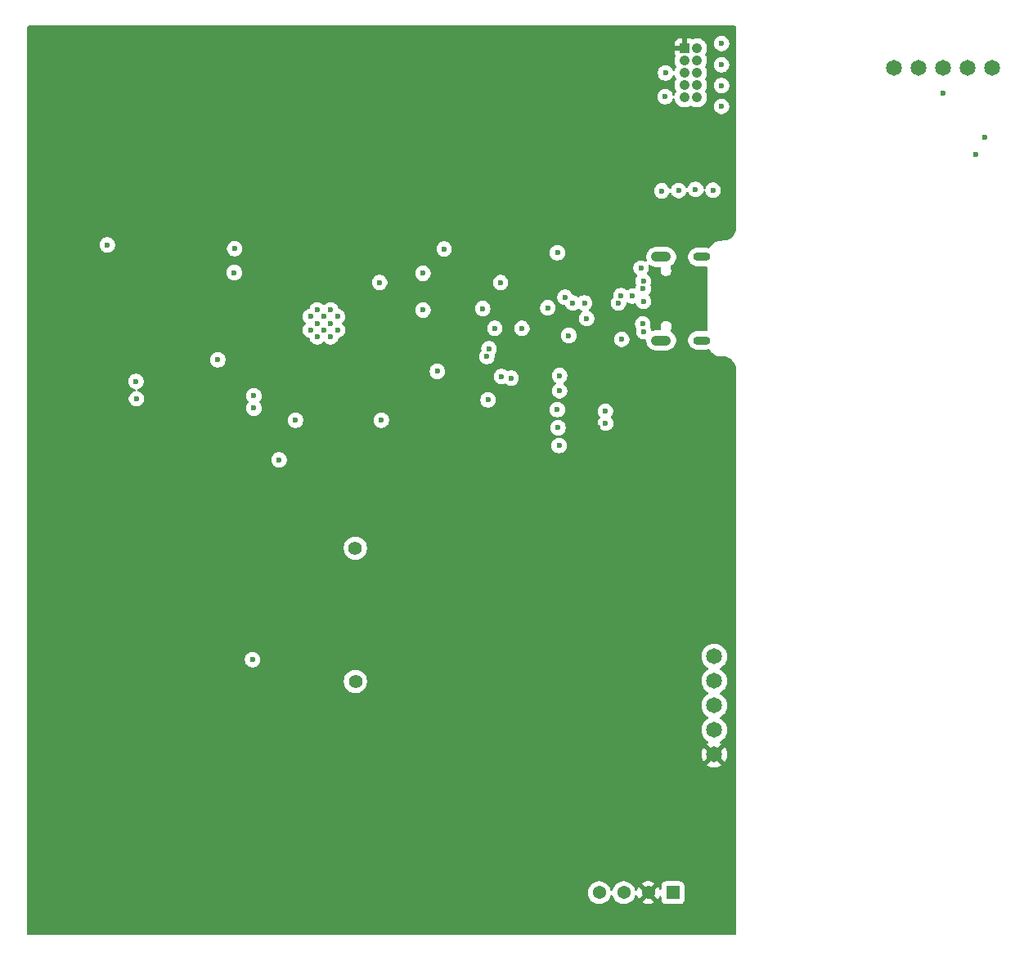
<source format=gbr>
%TF.GenerationSoftware,KiCad,Pcbnew,9.0.0*%
%TF.CreationDate,2025-08-26T11:38:40+09:00*%
%TF.ProjectId,MistFarm_PCB,4d697374-4661-4726-9d5f-5043422e6b69,rev?*%
%TF.SameCoordinates,Original*%
%TF.FileFunction,Copper,L2,Inr*%
%TF.FilePolarity,Positive*%
%FSLAX46Y46*%
G04 Gerber Fmt 4.6, Leading zero omitted, Abs format (unit mm)*
G04 Created by KiCad (PCBNEW 9.0.0) date 2025-08-26 11:38:40*
%MOMM*%
%LPD*%
G01*
G04 APERTURE LIST*
%TA.AperFunction,ComponentPad*%
%ADD10C,1.650000*%
%TD*%
%TA.AperFunction,ComponentPad*%
%ADD11R,1.050000X1.050000*%
%TD*%
%TA.AperFunction,ComponentPad*%
%ADD12C,1.050000*%
%TD*%
%TA.AperFunction,ComponentPad*%
%ADD13O,2.100000X1.050000*%
%TD*%
%TA.AperFunction,ComponentPad*%
%ADD14O,1.800000X0.900000*%
%TD*%
%TA.AperFunction,ComponentPad*%
%ADD15R,1.370000X1.370000*%
%TD*%
%TA.AperFunction,ComponentPad*%
%ADD16C,1.370000*%
%TD*%
%TA.AperFunction,HeatsinkPad*%
%ADD17C,0.600000*%
%TD*%
%TA.AperFunction,ViaPad*%
%ADD18C,0.600000*%
%TD*%
%TA.AperFunction,ViaPad*%
%ADD19C,1.400000*%
%TD*%
G04 APERTURE END LIST*
D10*
%TO.N,3.3V OUT*%
%TO.C,J4*%
X107680000Y-23970000D03*
%TO.N,GND*%
X110220000Y-23970000D03*
%TO.N,/ESP32 WROOM 32E/Temp_Sensor*%
X112760000Y-23970000D03*
%TO.N,/ESP32 WROOM 32E/I2C_SCL*%
X115300000Y-23970000D03*
%TO.N,/ESP32 WROOM 32E/I2C_SDL*%
X117840000Y-23970000D03*
%TD*%
D11*
%TO.N,3.3V OUT*%
%TO.C,J1*%
X86030000Y-21950000D03*
D12*
%TO.N,Net-(C3-Pad1)*%
X87300000Y-21950000D03*
%TO.N,GND*%
X86030000Y-23220000D03*
%TO.N,Net-(C4-Pad1)*%
X87300000Y-23220000D03*
%TO.N,GND*%
X86030000Y-24490000D03*
%TO.N,Net-(C5-Pad1)*%
X87300000Y-24490000D03*
%TO.N,unconnected-(J1-Pad7)*%
X86030000Y-25760000D03*
%TO.N,Net-(C6-Pad1)*%
X87300000Y-25760000D03*
%TO.N,GND*%
X86030000Y-27030000D03*
%TO.N,/ESP32 WROOM 32E/EN*%
X87300000Y-27030000D03*
%TD*%
D13*
%TO.N,GND*%
%TO.C,UART1*%
X83600000Y-52220000D03*
X83600000Y-43580000D03*
D14*
X87780000Y-52220000D03*
X87780000Y-43580000D03*
%TD*%
D15*
%TO.N,GND*%
%TO.C,J2*%
X84800000Y-109450000D03*
D16*
%TO.N,3.3V OUT*%
X82260000Y-109450000D03*
%TO.N,/ESP32 WROOM 32E/I2C_SCL*%
X79720000Y-109450000D03*
%TO.N,/ESP32 WROOM 32E/I2C_SDL*%
X77180000Y-109450000D03*
%TD*%
D17*
%TO.N,GND*%
%TO.C,U1*%
X47290000Y-49747900D03*
X47290000Y-51147900D03*
X47990000Y-49047900D03*
X47990000Y-50447900D03*
X47990000Y-51847900D03*
X48690000Y-49747900D03*
X48690000Y-51147900D03*
X49390000Y-49047900D03*
X49390000Y-50447900D03*
X49390000Y-51847900D03*
X50090000Y-49747900D03*
X50090000Y-51147900D03*
%TD*%
D10*
%TO.N,3.3V OUT*%
%TO.C,J3*%
X89090000Y-95130000D03*
%TO.N,GND*%
X89090000Y-92590000D03*
%TO.N,/ESP32 WROOM 32E/Temp_Sensor*%
X89090000Y-90050000D03*
%TO.N,/ESP32 WROOM 32E/I2C_SCL*%
X89090000Y-87510000D03*
%TO.N,/ESP32 WROOM 32E/I2C_SDL*%
X89090000Y-84970000D03*
%TD*%
D18*
%TO.N,GND*%
X81500000Y-44720000D03*
X39450000Y-42720000D03*
X29290000Y-58270000D03*
X77820000Y-59550000D03*
X73100000Y-55860000D03*
X72860000Y-43130000D03*
X73080000Y-57430000D03*
X54450000Y-46220000D03*
X69180803Y-50977401D03*
X72930000Y-61270000D03*
X81793908Y-51308137D03*
X26260000Y-42330000D03*
X77850000Y-60800000D03*
X72850000Y-59390000D03*
X44040000Y-64590000D03*
X65560000Y-53900000D03*
X79450000Y-47580000D03*
X61130000Y-42750000D03*
X73030000Y-63130000D03*
X84010000Y-26970000D03*
X65120000Y-48920000D03*
X29240000Y-56470000D03*
X84060000Y-24510000D03*
%TO.N,3.3V OUT*%
X39310000Y-43990000D03*
X72860000Y-49520000D03*
X31340000Y-54570000D03*
X77080000Y-61200000D03*
X83950000Y-21950000D03*
X80010000Y-56450000D03*
X46070000Y-68790000D03*
%TO.N,Net-(C3-Pad1)*%
X89843000Y-21450000D03*
%TO.N,Net-(C4-Pad1)*%
X89843000Y-23670000D03*
%TO.N,Net-(C5-Pad1)*%
X89843000Y-25820000D03*
%TO.N,/ESP32 WROOM 32E/I2C_SCL*%
X116140000Y-32940000D03*
X58940000Y-45267900D03*
%TO.N,/ESP32 WROOM 32E/I2C_SDL*%
X58940000Y-49077900D03*
X117130000Y-31180000D03*
%TO.N,Net-(C6-Pad1)*%
X89843000Y-27970000D03*
%TO.N,/ESP32 WROOM 32E/EN*%
X39410000Y-45190000D03*
X65775000Y-53090000D03*
%TO.N,Net-(U2-REGIN)*%
X74450000Y-48340000D03*
X75650000Y-48340000D03*
X74039737Y-51709210D03*
X71857500Y-48837500D03*
%TO.N,/ESP32 WROOM 32E/AC_TRIAC_Switching*%
X60420000Y-55430000D03*
X41290000Y-85290900D03*
D19*
%TO.N,Net-(D4-K)*%
X51940000Y-73737900D03*
X51950000Y-87557900D03*
D18*
%TO.N,/ESP32 WROOM 32E/Temp_Sensor*%
X37708000Y-54230000D03*
X112800000Y-26580000D03*
%TO.N,/ESP32 WROOM 32E/RTS*%
X68075000Y-56125000D03*
X66975000Y-46237500D03*
X65666948Y-58383392D03*
%TO.N,/ESP32 WROOM 32E/JTAG_MTDI*%
X83660000Y-36730000D03*
X41440000Y-59237900D03*
%TO.N,/ESP32 WROOM 32E/JTAG_MTDO*%
X85410000Y-36690000D03*
X54635000Y-60487900D03*
%TO.N,/ESP32 WROOM 32E/JTAG_MTCK*%
X45745000Y-60487900D03*
X87160000Y-36580000D03*
%TO.N,/ESP32 WROOM 32E/JTAG_MTMS*%
X88970000Y-36670000D03*
X41440000Y-57967900D03*
%TO.N,Net-(Q1A-B1)*%
X66375000Y-50970000D03*
X67065065Y-55963595D03*
%TO.N,Net-(U2-~{RST})*%
X75884265Y-49954265D03*
X73640000Y-47737500D03*
%TO.N,Net-(UART1-CC2)*%
X81751510Y-46070080D03*
X80636189Y-47627296D03*
%TO.N,Net-(U3-I{slash}O1-Pad1)*%
X79170000Y-48360000D03*
X81768699Y-48154624D03*
X81740000Y-46870000D03*
%TO.N,5A OUT*%
X79510000Y-52100000D03*
X81691859Y-50514670D03*
%TD*%
%TA.AperFunction,Conductor*%
%TO.N,3.3V OUT*%
G36*
X91282539Y-19630185D02*
G01*
X91328294Y-19682989D01*
X91339500Y-19734500D01*
X91339500Y-40575124D01*
X91339118Y-40584853D01*
X91324143Y-40775123D01*
X91321099Y-40794341D01*
X91277687Y-40975168D01*
X91271674Y-40993674D01*
X91200506Y-41165486D01*
X91191672Y-41182823D01*
X91094507Y-41341382D01*
X91083070Y-41357124D01*
X90962293Y-41498535D01*
X90948535Y-41512293D01*
X90807124Y-41633070D01*
X90791382Y-41644507D01*
X90632823Y-41741672D01*
X90615486Y-41750506D01*
X90443674Y-41821674D01*
X90425168Y-41827687D01*
X90244341Y-41871099D01*
X90225123Y-41874143D01*
X90059394Y-41887186D01*
X90035322Y-41886736D01*
X89970604Y-41879199D01*
X89970591Y-41879198D01*
X89734556Y-41888021D01*
X89734540Y-41888023D01*
X89502608Y-41932797D01*
X89502602Y-41932798D01*
X89280231Y-42012473D01*
X89280224Y-42012476D01*
X89072624Y-42125186D01*
X88884677Y-42268283D01*
X88720792Y-42438407D01*
X88600458Y-42609347D01*
X88545771Y-42652834D01*
X88476255Y-42659853D01*
X88474872Y-42659586D01*
X88368965Y-42638520D01*
X88323616Y-42629500D01*
X87236384Y-42629500D01*
X87236379Y-42629500D01*
X87052756Y-42666025D01*
X87052748Y-42666027D01*
X86879771Y-42737676D01*
X86879762Y-42737681D01*
X86724092Y-42841697D01*
X86724088Y-42841700D01*
X86591700Y-42974088D01*
X86591697Y-42974092D01*
X86487681Y-43129762D01*
X86487676Y-43129771D01*
X86416027Y-43302748D01*
X86416025Y-43302756D01*
X86379500Y-43486379D01*
X86379500Y-43673620D01*
X86416025Y-43857243D01*
X86416027Y-43857251D01*
X86487676Y-44030228D01*
X86487681Y-44030237D01*
X86591697Y-44185907D01*
X86591700Y-44185911D01*
X86724088Y-44318299D01*
X86724092Y-44318302D01*
X86879762Y-44422318D01*
X86879768Y-44422321D01*
X86879769Y-44422322D01*
X87052749Y-44493973D01*
X87187448Y-44520766D01*
X87236379Y-44530499D01*
X87236383Y-44530500D01*
X88248551Y-44530500D01*
X88315590Y-44550185D01*
X88361345Y-44602989D01*
X88372551Y-44654498D01*
X88372587Y-46967761D01*
X88372649Y-51048846D01*
X88372651Y-51145498D01*
X88352967Y-51212538D01*
X88300164Y-51258294D01*
X88248651Y-51269500D01*
X87236379Y-51269500D01*
X87052756Y-51306025D01*
X87052748Y-51306027D01*
X86879771Y-51377676D01*
X86879762Y-51377681D01*
X86724092Y-51481697D01*
X86724088Y-51481700D01*
X86591700Y-51614088D01*
X86591697Y-51614092D01*
X86487681Y-51769762D01*
X86487676Y-51769771D01*
X86416027Y-51942748D01*
X86416025Y-51942756D01*
X86379500Y-52126379D01*
X86379500Y-52313620D01*
X86416025Y-52497243D01*
X86416027Y-52497251D01*
X86487676Y-52670228D01*
X86487681Y-52670237D01*
X86591697Y-52825907D01*
X86591700Y-52825911D01*
X86724088Y-52958299D01*
X86724092Y-52958302D01*
X86879762Y-53062318D01*
X86879768Y-53062321D01*
X86879769Y-53062322D01*
X87052749Y-53133973D01*
X87228039Y-53168840D01*
X87236379Y-53170499D01*
X87236383Y-53170500D01*
X87236384Y-53170500D01*
X88323617Y-53170500D01*
X88323617Y-53170499D01*
X88487407Y-53137920D01*
X88556998Y-53144147D01*
X88612175Y-53187010D01*
X88612994Y-53188159D01*
X88720909Y-53341459D01*
X88720916Y-53341468D01*
X88755881Y-53377764D01*
X88884800Y-53511592D01*
X88884808Y-53511598D01*
X89072741Y-53654683D01*
X89072749Y-53654688D01*
X89072753Y-53654691D01*
X89280359Y-53767401D01*
X89502745Y-53847077D01*
X89734691Y-53891849D01*
X89970755Y-53900665D01*
X90035453Y-53893127D01*
X90059525Y-53892677D01*
X90225260Y-53905724D01*
X90244466Y-53908767D01*
X90425292Y-53952182D01*
X90443791Y-53958192D01*
X90615620Y-54029368D01*
X90632946Y-54038197D01*
X90791513Y-54135367D01*
X90807248Y-54146799D01*
X90812351Y-54151158D01*
X90948662Y-54267581D01*
X90962418Y-54281337D01*
X91083197Y-54422748D01*
X91094633Y-54438488D01*
X91145680Y-54521789D01*
X91191800Y-54597049D01*
X91200634Y-54614385D01*
X91271806Y-54786205D01*
X91277818Y-54804710D01*
X91321231Y-54985527D01*
X91324276Y-55004746D01*
X91339252Y-55195006D01*
X91339634Y-55204736D01*
X91339501Y-113725500D01*
X91319816Y-113792540D01*
X91267012Y-113838294D01*
X91215501Y-113849500D01*
X18104500Y-113849500D01*
X18037461Y-113829815D01*
X17991706Y-113777011D01*
X17980500Y-113725500D01*
X17980500Y-109356699D01*
X75994500Y-109356699D01*
X75994500Y-109543300D01*
X76023691Y-109727606D01*
X76023691Y-109727609D01*
X76081352Y-109905071D01*
X76081354Y-109905074D01*
X76166069Y-110071338D01*
X76275751Y-110222302D01*
X76407698Y-110354249D01*
X76558662Y-110463931D01*
X76724926Y-110548646D01*
X76724928Y-110548647D01*
X76902391Y-110606308D01*
X76902392Y-110606308D01*
X76902395Y-110606309D01*
X77086699Y-110635500D01*
X77086700Y-110635500D01*
X77273300Y-110635500D01*
X77273301Y-110635500D01*
X77457605Y-110606309D01*
X77457608Y-110606308D01*
X77457609Y-110606308D01*
X77635071Y-110548647D01*
X77635071Y-110548646D01*
X77635074Y-110548646D01*
X77801338Y-110463931D01*
X77952302Y-110354249D01*
X78084249Y-110222302D01*
X78193931Y-110071338D01*
X78278646Y-109905074D01*
X78293908Y-109858102D01*
X78332069Y-109740656D01*
X78371506Y-109682980D01*
X78435865Y-109655782D01*
X78504711Y-109667697D01*
X78556187Y-109714941D01*
X78567931Y-109740656D01*
X78621352Y-109905071D01*
X78621354Y-109905074D01*
X78706069Y-110071338D01*
X78815751Y-110222302D01*
X78947698Y-110354249D01*
X79098662Y-110463931D01*
X79264926Y-110548646D01*
X79264928Y-110548647D01*
X79442391Y-110606308D01*
X79442392Y-110606308D01*
X79442395Y-110606309D01*
X79626699Y-110635500D01*
X79626700Y-110635500D01*
X79813300Y-110635500D01*
X79813301Y-110635500D01*
X79997605Y-110606309D01*
X79997608Y-110606308D01*
X79997609Y-110606308D01*
X80175071Y-110548647D01*
X80175071Y-110548646D01*
X80175074Y-110548646D01*
X80341338Y-110463931D01*
X80492302Y-110354249D01*
X80624249Y-110222302D01*
X80733931Y-110071338D01*
X80818646Y-109905074D01*
X80872332Y-109739845D01*
X80911769Y-109682170D01*
X80976128Y-109654971D01*
X81044974Y-109666885D01*
X81096450Y-109714129D01*
X81108194Y-109739845D01*
X81161819Y-109904884D01*
X81246498Y-110071077D01*
X81262854Y-110093590D01*
X81262855Y-110093590D01*
X81768871Y-109587574D01*
X81784755Y-109646853D01*
X81851898Y-109763147D01*
X81946853Y-109858102D01*
X82063147Y-109925245D01*
X82122424Y-109941128D01*
X81616408Y-110447143D01*
X81616408Y-110447144D01*
X81638918Y-110463499D01*
X81805115Y-110548180D01*
X81982515Y-110605821D01*
X82166739Y-110635000D01*
X82353261Y-110635000D01*
X82537484Y-110605821D01*
X82714884Y-110548180D01*
X82881075Y-110463502D01*
X82903590Y-110447143D01*
X82903591Y-110447143D01*
X82397575Y-109941127D01*
X82456853Y-109925245D01*
X82573147Y-109858102D01*
X82668102Y-109763147D01*
X82735245Y-109646853D01*
X82751127Y-109587575D01*
X83257143Y-110093591D01*
X83257143Y-110093590D01*
X83273502Y-110071075D01*
X83358179Y-109904886D01*
X83372568Y-109860602D01*
X83412005Y-109802926D01*
X83476363Y-109775726D01*
X83545210Y-109787640D01*
X83596686Y-109834883D01*
X83614500Y-109898918D01*
X83614500Y-110182869D01*
X83614501Y-110182876D01*
X83620908Y-110242483D01*
X83671202Y-110377328D01*
X83671206Y-110377335D01*
X83757452Y-110492544D01*
X83757455Y-110492547D01*
X83872664Y-110578793D01*
X83872671Y-110578797D01*
X84007517Y-110629091D01*
X84007516Y-110629091D01*
X84014444Y-110629835D01*
X84067127Y-110635500D01*
X85532872Y-110635499D01*
X85592483Y-110629091D01*
X85727331Y-110578796D01*
X85842546Y-110492546D01*
X85928796Y-110377331D01*
X85979091Y-110242483D01*
X85985500Y-110182873D01*
X85985499Y-108717128D01*
X85979091Y-108657517D01*
X85928796Y-108522669D01*
X85928795Y-108522668D01*
X85928793Y-108522664D01*
X85842547Y-108407455D01*
X85842544Y-108407452D01*
X85727335Y-108321206D01*
X85727328Y-108321202D01*
X85592482Y-108270908D01*
X85592483Y-108270908D01*
X85532883Y-108264501D01*
X85532881Y-108264500D01*
X85532873Y-108264500D01*
X85532864Y-108264500D01*
X84067129Y-108264500D01*
X84067123Y-108264501D01*
X84007516Y-108270908D01*
X83872671Y-108321202D01*
X83872664Y-108321206D01*
X83757455Y-108407452D01*
X83757452Y-108407455D01*
X83671206Y-108522664D01*
X83671202Y-108522671D01*
X83620908Y-108657517D01*
X83618739Y-108677696D01*
X83614501Y-108717123D01*
X83614500Y-108717135D01*
X83614500Y-109001080D01*
X83594815Y-109068119D01*
X83542011Y-109113874D01*
X83472853Y-109123818D01*
X83409297Y-109094793D01*
X83372569Y-109039398D01*
X83358180Y-108995115D01*
X83273499Y-108828918D01*
X83257144Y-108806408D01*
X83257143Y-108806408D01*
X82751127Y-109312423D01*
X82735245Y-109253147D01*
X82668102Y-109136853D01*
X82573147Y-109041898D01*
X82456853Y-108974755D01*
X82397574Y-108958871D01*
X82903590Y-108452855D01*
X82903590Y-108452854D01*
X82881077Y-108436498D01*
X82714884Y-108351819D01*
X82537484Y-108294178D01*
X82353261Y-108265000D01*
X82166739Y-108265000D01*
X81982515Y-108294178D01*
X81805115Y-108351819D01*
X81638927Y-108436495D01*
X81638923Y-108436498D01*
X81616408Y-108452854D01*
X81616408Y-108452856D01*
X82122425Y-108958871D01*
X82063147Y-108974755D01*
X81946853Y-109041898D01*
X81851898Y-109136853D01*
X81784755Y-109253147D01*
X81768871Y-109312424D01*
X81262856Y-108806408D01*
X81262854Y-108806408D01*
X81246498Y-108828923D01*
X81246495Y-108828927D01*
X81161819Y-108995113D01*
X81108194Y-109160155D01*
X81068756Y-109217830D01*
X81004397Y-109245028D01*
X80935551Y-109233113D01*
X80884075Y-109185869D01*
X80872332Y-109160154D01*
X80818647Y-108994928D01*
X80818645Y-108994925D01*
X80734064Y-108828923D01*
X80733931Y-108828662D01*
X80624249Y-108677698D01*
X80492302Y-108545751D01*
X80341338Y-108436069D01*
X80175074Y-108351354D01*
X80175071Y-108351352D01*
X79997608Y-108293691D01*
X79853759Y-108270908D01*
X79813301Y-108264500D01*
X79626699Y-108264500D01*
X79565264Y-108274230D01*
X79442393Y-108293691D01*
X79442390Y-108293691D01*
X79264928Y-108351352D01*
X79264925Y-108351354D01*
X79098661Y-108436069D01*
X79012531Y-108498646D01*
X78947698Y-108545751D01*
X78947696Y-108545753D01*
X78947695Y-108545753D01*
X78815753Y-108677695D01*
X78815753Y-108677696D01*
X78815751Y-108677698D01*
X78787103Y-108717129D01*
X78706069Y-108828661D01*
X78621354Y-108994925D01*
X78621352Y-108994928D01*
X78567931Y-109159343D01*
X78528493Y-109217019D01*
X78464135Y-109244217D01*
X78395288Y-109232302D01*
X78343813Y-109185058D01*
X78332069Y-109159343D01*
X78278647Y-108994928D01*
X78278645Y-108994925D01*
X78194064Y-108828923D01*
X78193931Y-108828662D01*
X78084249Y-108677698D01*
X77952302Y-108545751D01*
X77801338Y-108436069D01*
X77635074Y-108351354D01*
X77635071Y-108351352D01*
X77457608Y-108293691D01*
X77313759Y-108270908D01*
X77273301Y-108264500D01*
X77086699Y-108264500D01*
X77025264Y-108274230D01*
X76902393Y-108293691D01*
X76902390Y-108293691D01*
X76724928Y-108351352D01*
X76724925Y-108351354D01*
X76558661Y-108436069D01*
X76472531Y-108498646D01*
X76407698Y-108545751D01*
X76407696Y-108545753D01*
X76407695Y-108545753D01*
X76275753Y-108677695D01*
X76275753Y-108677696D01*
X76275751Y-108677698D01*
X76247103Y-108717129D01*
X76166069Y-108828661D01*
X76081354Y-108994925D01*
X76081352Y-108994928D01*
X76023691Y-109172390D01*
X76023691Y-109172393D01*
X75994500Y-109356699D01*
X17980500Y-109356699D01*
X17980500Y-87463413D01*
X50749500Y-87463413D01*
X50749500Y-87652386D01*
X50779059Y-87839018D01*
X50837454Y-88018736D01*
X50923240Y-88187099D01*
X51034310Y-88339973D01*
X51167927Y-88473590D01*
X51320801Y-88584660D01*
X51400347Y-88625190D01*
X51489163Y-88670445D01*
X51489165Y-88670445D01*
X51489168Y-88670447D01*
X51585497Y-88701746D01*
X51668881Y-88728840D01*
X51855514Y-88758400D01*
X51855519Y-88758400D01*
X52044486Y-88758400D01*
X52231118Y-88728840D01*
X52293548Y-88708555D01*
X52410832Y-88670447D01*
X52579199Y-88584660D01*
X52732073Y-88473590D01*
X52865690Y-88339973D01*
X52976760Y-88187099D01*
X53062547Y-88018732D01*
X53120940Y-87839018D01*
X53123891Y-87820389D01*
X53150500Y-87652386D01*
X53150500Y-87463413D01*
X53120940Y-87276781D01*
X53062545Y-87097063D01*
X52976759Y-86928700D01*
X52865690Y-86775827D01*
X52732073Y-86642210D01*
X52579199Y-86531140D01*
X52410836Y-86445354D01*
X52231118Y-86386959D01*
X52044486Y-86357400D01*
X52044481Y-86357400D01*
X51855519Y-86357400D01*
X51855514Y-86357400D01*
X51668881Y-86386959D01*
X51489163Y-86445354D01*
X51320800Y-86531140D01*
X51233579Y-86594510D01*
X51167927Y-86642210D01*
X51167925Y-86642212D01*
X51167924Y-86642212D01*
X51034312Y-86775824D01*
X51034312Y-86775825D01*
X51034310Y-86775827D01*
X51005642Y-86815285D01*
X50923240Y-86928700D01*
X50837454Y-87097063D01*
X50779059Y-87276781D01*
X50749500Y-87463413D01*
X17980500Y-87463413D01*
X17980500Y-85212053D01*
X40489500Y-85212053D01*
X40489500Y-85369746D01*
X40520261Y-85524389D01*
X40520264Y-85524401D01*
X40580602Y-85670072D01*
X40580609Y-85670085D01*
X40668210Y-85801188D01*
X40668213Y-85801192D01*
X40779707Y-85912686D01*
X40779711Y-85912689D01*
X40910814Y-86000290D01*
X40910827Y-86000297D01*
X41056498Y-86060635D01*
X41056503Y-86060637D01*
X41211153Y-86091399D01*
X41211156Y-86091400D01*
X41211158Y-86091400D01*
X41368844Y-86091400D01*
X41368845Y-86091399D01*
X41523497Y-86060637D01*
X41669179Y-86000294D01*
X41800289Y-85912689D01*
X41911789Y-85801189D01*
X41999394Y-85670079D01*
X42059737Y-85524397D01*
X42090500Y-85369742D01*
X42090500Y-85212058D01*
X42090500Y-85212055D01*
X42090499Y-85212053D01*
X42059737Y-85057403D01*
X42059735Y-85057398D01*
X41999395Y-84911723D01*
X41999390Y-84911714D01*
X41968627Y-84865675D01*
X87764500Y-84865675D01*
X87764500Y-85074324D01*
X87797137Y-85280389D01*
X87861612Y-85478820D01*
X87956330Y-85664714D01*
X88078965Y-85833505D01*
X88226495Y-85981035D01*
X88395286Y-86103670D01*
X88442271Y-86127610D01*
X88446010Y-86129515D01*
X88496806Y-86177490D01*
X88513601Y-86245310D01*
X88491064Y-86311445D01*
X88446010Y-86350485D01*
X88395285Y-86376330D01*
X88226493Y-86498966D01*
X88078966Y-86646493D01*
X87956330Y-86815285D01*
X87861612Y-87001179D01*
X87797137Y-87199610D01*
X87764500Y-87405675D01*
X87764500Y-87614324D01*
X87797137Y-87820389D01*
X87861612Y-88018820D01*
X87947355Y-88187099D01*
X87956330Y-88204714D01*
X88078965Y-88373505D01*
X88226495Y-88521035D01*
X88395286Y-88643670D01*
X88442271Y-88667610D01*
X88446010Y-88669515D01*
X88496806Y-88717490D01*
X88513601Y-88785310D01*
X88491064Y-88851445D01*
X88446010Y-88890485D01*
X88395285Y-88916330D01*
X88226493Y-89038966D01*
X88078966Y-89186493D01*
X87956330Y-89355285D01*
X87861612Y-89541179D01*
X87797137Y-89739610D01*
X87764500Y-89945675D01*
X87764500Y-90154324D01*
X87797137Y-90360389D01*
X87861612Y-90558820D01*
X87956330Y-90744714D01*
X88078965Y-90913505D01*
X88226495Y-91061035D01*
X88395286Y-91183670D01*
X88442271Y-91207610D01*
X88446010Y-91209515D01*
X88496806Y-91257490D01*
X88513601Y-91325310D01*
X88491064Y-91391445D01*
X88446010Y-91430485D01*
X88395285Y-91456330D01*
X88226493Y-91578966D01*
X88078966Y-91726493D01*
X87956330Y-91895285D01*
X87861612Y-92081179D01*
X87797137Y-92279610D01*
X87764500Y-92485675D01*
X87764500Y-92694324D01*
X87797137Y-92900389D01*
X87861612Y-93098820D01*
X87956330Y-93284714D01*
X88078965Y-93453505D01*
X88226495Y-93601035D01*
X88339022Y-93682791D01*
X88395287Y-93723671D01*
X88446561Y-93749796D01*
X88497358Y-93797770D01*
X88514153Y-93865591D01*
X88491616Y-93931726D01*
X88446563Y-93970765D01*
X88395555Y-93996755D01*
X88346180Y-94032627D01*
X88919766Y-94606212D01*
X88877708Y-94617482D01*
X88752292Y-94689890D01*
X88649890Y-94792292D01*
X88577482Y-94917708D01*
X88566212Y-94959765D01*
X87992627Y-94386180D01*
X87956757Y-94435552D01*
X87862075Y-94621372D01*
X87797626Y-94819727D01*
X87765000Y-95025720D01*
X87765000Y-95234279D01*
X87797626Y-95440272D01*
X87862075Y-95638627D01*
X87956759Y-95824451D01*
X87992627Y-95873818D01*
X87992627Y-95873819D01*
X88566212Y-95300233D01*
X88577482Y-95342292D01*
X88649890Y-95467708D01*
X88752292Y-95570110D01*
X88877708Y-95642518D01*
X88919765Y-95653787D01*
X88346179Y-96227371D01*
X88346180Y-96227372D01*
X88395543Y-96263236D01*
X88395556Y-96263244D01*
X88581372Y-96357924D01*
X88779727Y-96422373D01*
X88985721Y-96455000D01*
X89194279Y-96455000D01*
X89400272Y-96422373D01*
X89598627Y-96357924D01*
X89784451Y-96263240D01*
X89833818Y-96227372D01*
X89833818Y-96227371D01*
X89260234Y-95653787D01*
X89302292Y-95642518D01*
X89427708Y-95570110D01*
X89530110Y-95467708D01*
X89602518Y-95342292D01*
X89613787Y-95300234D01*
X90187371Y-95873818D01*
X90187372Y-95873818D01*
X90223240Y-95824451D01*
X90317924Y-95638627D01*
X90382373Y-95440272D01*
X90415000Y-95234279D01*
X90415000Y-95025720D01*
X90382373Y-94819727D01*
X90317924Y-94621372D01*
X90223244Y-94435556D01*
X90223236Y-94435543D01*
X90187372Y-94386180D01*
X90187371Y-94386179D01*
X89613787Y-94959764D01*
X89602518Y-94917708D01*
X89530110Y-94792292D01*
X89427708Y-94689890D01*
X89302292Y-94617482D01*
X89260233Y-94606212D01*
X89833819Y-94032627D01*
X89784451Y-93996759D01*
X89733437Y-93970766D01*
X89682641Y-93922791D01*
X89665846Y-93854970D01*
X89688384Y-93788835D01*
X89733438Y-93749796D01*
X89784712Y-93723671D01*
X89784711Y-93723671D01*
X89784714Y-93723670D01*
X89953505Y-93601035D01*
X90101035Y-93453505D01*
X90223670Y-93284714D01*
X90318389Y-93098816D01*
X90382862Y-92900389D01*
X90415500Y-92694324D01*
X90415500Y-92485675D01*
X90382862Y-92279610D01*
X90318387Y-92081179D01*
X90223669Y-91895285D01*
X90101035Y-91726495D01*
X89953505Y-91578965D01*
X89897241Y-91538086D01*
X89784712Y-91456328D01*
X89733990Y-91430485D01*
X89683194Y-91382511D01*
X89666398Y-91314690D01*
X89688935Y-91248555D01*
X89733990Y-91209515D01*
X89784712Y-91183671D01*
X89784711Y-91183671D01*
X89784714Y-91183670D01*
X89953505Y-91061035D01*
X90101035Y-90913505D01*
X90223670Y-90744714D01*
X90318389Y-90558816D01*
X90382862Y-90360389D01*
X90415500Y-90154324D01*
X90415500Y-89945675D01*
X90382862Y-89739610D01*
X90318387Y-89541179D01*
X90223669Y-89355285D01*
X90101035Y-89186495D01*
X89953505Y-89038965D01*
X89897241Y-88998086D01*
X89784712Y-88916328D01*
X89733990Y-88890485D01*
X89683194Y-88842511D01*
X89666398Y-88774690D01*
X89688935Y-88708555D01*
X89733990Y-88669515D01*
X89784712Y-88643671D01*
X89784711Y-88643671D01*
X89784714Y-88643670D01*
X89953505Y-88521035D01*
X90101035Y-88373505D01*
X90223670Y-88204714D01*
X90318389Y-88018816D01*
X90382862Y-87820389D01*
X90409472Y-87652381D01*
X90415500Y-87614324D01*
X90415500Y-87405675D01*
X90382862Y-87199610D01*
X90318387Y-87001179D01*
X90223669Y-86815285D01*
X90195001Y-86775827D01*
X90101035Y-86646495D01*
X89953505Y-86498965D01*
X89897241Y-86458086D01*
X89784712Y-86376328D01*
X89733990Y-86350485D01*
X89683194Y-86302511D01*
X89666398Y-86234690D01*
X89688935Y-86168555D01*
X89733990Y-86129515D01*
X89784712Y-86103671D01*
X89784711Y-86103671D01*
X89784714Y-86103670D01*
X89953505Y-85981035D01*
X90101035Y-85833505D01*
X90223670Y-85664714D01*
X90318389Y-85478816D01*
X90382862Y-85280389D01*
X90415500Y-85074324D01*
X90415500Y-84865675D01*
X90382862Y-84659610D01*
X90318387Y-84461179D01*
X90223669Y-84275285D01*
X90101035Y-84106495D01*
X89953505Y-83958965D01*
X89784714Y-83836330D01*
X89598820Y-83741612D01*
X89400389Y-83677137D01*
X89194324Y-83644500D01*
X89194319Y-83644500D01*
X88985681Y-83644500D01*
X88985676Y-83644500D01*
X88779610Y-83677137D01*
X88581179Y-83741612D01*
X88395285Y-83836330D01*
X88226493Y-83958966D01*
X88078966Y-84106493D01*
X87956330Y-84275285D01*
X87861612Y-84461179D01*
X87797137Y-84659610D01*
X87764500Y-84865675D01*
X41968627Y-84865675D01*
X41911789Y-84780611D01*
X41911786Y-84780607D01*
X41800292Y-84669113D01*
X41800288Y-84669110D01*
X41669185Y-84581509D01*
X41669172Y-84581502D01*
X41523501Y-84521164D01*
X41523489Y-84521161D01*
X41368845Y-84490400D01*
X41368842Y-84490400D01*
X41211158Y-84490400D01*
X41211155Y-84490400D01*
X41056510Y-84521161D01*
X41056498Y-84521164D01*
X40910827Y-84581502D01*
X40910814Y-84581509D01*
X40779711Y-84669110D01*
X40779707Y-84669113D01*
X40668213Y-84780607D01*
X40668210Y-84780611D01*
X40580609Y-84911714D01*
X40580602Y-84911727D01*
X40520264Y-85057398D01*
X40520261Y-85057410D01*
X40489500Y-85212053D01*
X17980500Y-85212053D01*
X17980500Y-73643413D01*
X50739500Y-73643413D01*
X50739500Y-73832386D01*
X50769059Y-74019018D01*
X50827454Y-74198736D01*
X50913240Y-74367099D01*
X51024310Y-74519973D01*
X51157927Y-74653590D01*
X51310801Y-74764660D01*
X51390347Y-74805190D01*
X51479163Y-74850445D01*
X51479165Y-74850445D01*
X51479168Y-74850447D01*
X51575497Y-74881746D01*
X51658881Y-74908840D01*
X51845514Y-74938400D01*
X51845519Y-74938400D01*
X52034486Y-74938400D01*
X52221118Y-74908840D01*
X52400832Y-74850447D01*
X52569199Y-74764660D01*
X52722073Y-74653590D01*
X52855690Y-74519973D01*
X52966760Y-74367099D01*
X53052547Y-74198732D01*
X53110940Y-74019018D01*
X53140500Y-73832386D01*
X53140500Y-73643413D01*
X53110940Y-73456781D01*
X53052545Y-73277063D01*
X52966759Y-73108700D01*
X52855690Y-72955827D01*
X52722073Y-72822210D01*
X52569199Y-72711140D01*
X52400836Y-72625354D01*
X52221118Y-72566959D01*
X52034486Y-72537400D01*
X52034481Y-72537400D01*
X51845519Y-72537400D01*
X51845514Y-72537400D01*
X51658881Y-72566959D01*
X51479163Y-72625354D01*
X51310800Y-72711140D01*
X51223579Y-72774510D01*
X51157927Y-72822210D01*
X51157925Y-72822212D01*
X51157924Y-72822212D01*
X51024312Y-72955824D01*
X51024312Y-72955825D01*
X51024310Y-72955827D01*
X50976610Y-73021479D01*
X50913240Y-73108700D01*
X50827454Y-73277063D01*
X50769059Y-73456781D01*
X50739500Y-73643413D01*
X17980500Y-73643413D01*
X17980500Y-64511153D01*
X43239500Y-64511153D01*
X43239500Y-64668846D01*
X43270261Y-64823489D01*
X43270264Y-64823501D01*
X43330602Y-64969172D01*
X43330609Y-64969185D01*
X43418210Y-65100288D01*
X43418213Y-65100292D01*
X43529707Y-65211786D01*
X43529711Y-65211789D01*
X43660814Y-65299390D01*
X43660827Y-65299397D01*
X43806498Y-65359735D01*
X43806503Y-65359737D01*
X43961153Y-65390499D01*
X43961156Y-65390500D01*
X43961158Y-65390500D01*
X44118844Y-65390500D01*
X44118845Y-65390499D01*
X44273497Y-65359737D01*
X44419179Y-65299394D01*
X44550289Y-65211789D01*
X44661789Y-65100289D01*
X44749394Y-64969179D01*
X44809737Y-64823497D01*
X44840500Y-64668842D01*
X44840500Y-64511158D01*
X44840500Y-64511155D01*
X44840499Y-64511153D01*
X44809738Y-64356510D01*
X44809737Y-64356503D01*
X44809735Y-64356498D01*
X44749397Y-64210827D01*
X44749390Y-64210814D01*
X44661789Y-64079711D01*
X44661786Y-64079707D01*
X44550292Y-63968213D01*
X44550288Y-63968210D01*
X44419185Y-63880609D01*
X44419172Y-63880602D01*
X44273501Y-63820264D01*
X44273489Y-63820261D01*
X44118845Y-63789500D01*
X44118842Y-63789500D01*
X43961158Y-63789500D01*
X43961155Y-63789500D01*
X43806510Y-63820261D01*
X43806498Y-63820264D01*
X43660827Y-63880602D01*
X43660814Y-63880609D01*
X43529711Y-63968210D01*
X43529707Y-63968213D01*
X43418213Y-64079707D01*
X43418210Y-64079711D01*
X43330609Y-64210814D01*
X43330602Y-64210827D01*
X43270264Y-64356498D01*
X43270261Y-64356510D01*
X43239500Y-64511153D01*
X17980500Y-64511153D01*
X17980500Y-63051153D01*
X72229500Y-63051153D01*
X72229500Y-63208846D01*
X72260261Y-63363489D01*
X72260264Y-63363501D01*
X72320602Y-63509172D01*
X72320609Y-63509185D01*
X72408210Y-63640288D01*
X72408213Y-63640292D01*
X72519707Y-63751786D01*
X72519711Y-63751789D01*
X72650814Y-63839390D01*
X72650827Y-63839397D01*
X72796498Y-63899735D01*
X72796503Y-63899737D01*
X72951153Y-63930499D01*
X72951156Y-63930500D01*
X72951158Y-63930500D01*
X73108844Y-63930500D01*
X73108845Y-63930499D01*
X73263497Y-63899737D01*
X73409179Y-63839394D01*
X73540289Y-63751789D01*
X73651789Y-63640289D01*
X73739394Y-63509179D01*
X73799737Y-63363497D01*
X73830500Y-63208842D01*
X73830500Y-63051158D01*
X73830500Y-63051155D01*
X73830499Y-63051153D01*
X73799738Y-62896510D01*
X73799737Y-62896503D01*
X73799735Y-62896498D01*
X73739397Y-62750827D01*
X73739390Y-62750814D01*
X73651789Y-62619711D01*
X73651786Y-62619707D01*
X73540292Y-62508213D01*
X73540288Y-62508210D01*
X73409185Y-62420609D01*
X73409172Y-62420602D01*
X73263501Y-62360264D01*
X73263489Y-62360261D01*
X73108845Y-62329500D01*
X73108842Y-62329500D01*
X72951158Y-62329500D01*
X72951155Y-62329500D01*
X72796510Y-62360261D01*
X72796498Y-62360264D01*
X72650827Y-62420602D01*
X72650814Y-62420609D01*
X72519711Y-62508210D01*
X72519707Y-62508213D01*
X72408213Y-62619707D01*
X72408210Y-62619711D01*
X72320609Y-62750814D01*
X72320602Y-62750827D01*
X72260264Y-62896498D01*
X72260261Y-62896510D01*
X72229500Y-63051153D01*
X17980500Y-63051153D01*
X17980500Y-60409053D01*
X44944500Y-60409053D01*
X44944500Y-60566746D01*
X44975261Y-60721389D01*
X44975264Y-60721401D01*
X45035602Y-60867072D01*
X45035609Y-60867085D01*
X45123210Y-60998188D01*
X45123213Y-60998192D01*
X45234707Y-61109686D01*
X45234711Y-61109689D01*
X45365814Y-61197290D01*
X45365827Y-61197297D01*
X45511498Y-61257635D01*
X45511503Y-61257637D01*
X45666153Y-61288399D01*
X45666156Y-61288400D01*
X45666158Y-61288400D01*
X45823844Y-61288400D01*
X45823845Y-61288399D01*
X45978497Y-61257637D01*
X46124179Y-61197294D01*
X46255289Y-61109689D01*
X46366789Y-60998189D01*
X46454394Y-60867079D01*
X46514737Y-60721397D01*
X46545500Y-60566742D01*
X46545500Y-60409058D01*
X46545500Y-60409055D01*
X46545499Y-60409053D01*
X53834500Y-60409053D01*
X53834500Y-60566746D01*
X53865261Y-60721389D01*
X53865264Y-60721401D01*
X53925602Y-60867072D01*
X53925609Y-60867085D01*
X54013210Y-60998188D01*
X54013213Y-60998192D01*
X54124707Y-61109686D01*
X54124711Y-61109689D01*
X54255814Y-61197290D01*
X54255827Y-61197297D01*
X54401498Y-61257635D01*
X54401503Y-61257637D01*
X54556153Y-61288399D01*
X54556156Y-61288400D01*
X54556158Y-61288400D01*
X54713844Y-61288400D01*
X54713845Y-61288399D01*
X54868497Y-61257637D01*
X55014179Y-61197294D01*
X55023370Y-61191153D01*
X72129500Y-61191153D01*
X72129500Y-61348846D01*
X72160261Y-61503489D01*
X72160264Y-61503501D01*
X72220602Y-61649172D01*
X72220609Y-61649185D01*
X72308210Y-61780288D01*
X72308213Y-61780292D01*
X72419707Y-61891786D01*
X72419711Y-61891789D01*
X72550814Y-61979390D01*
X72550827Y-61979397D01*
X72696498Y-62039735D01*
X72696503Y-62039737D01*
X72851153Y-62070499D01*
X72851156Y-62070500D01*
X72851158Y-62070500D01*
X73008844Y-62070500D01*
X73008845Y-62070499D01*
X73163497Y-62039737D01*
X73309179Y-61979394D01*
X73440289Y-61891789D01*
X73551789Y-61780289D01*
X73639394Y-61649179D01*
X73699737Y-61503497D01*
X73730500Y-61348842D01*
X73730500Y-61191158D01*
X73730500Y-61191155D01*
X73730499Y-61191153D01*
X73728116Y-61179172D01*
X73699737Y-61036503D01*
X73683867Y-60998188D01*
X73639397Y-60890827D01*
X73639390Y-60890814D01*
X73551789Y-60759711D01*
X73551786Y-60759707D01*
X73440292Y-60648213D01*
X73440288Y-60648210D01*
X73309185Y-60560609D01*
X73309172Y-60560602D01*
X73163501Y-60500264D01*
X73163489Y-60500261D01*
X73008845Y-60469500D01*
X73008842Y-60469500D01*
X72851158Y-60469500D01*
X72851155Y-60469500D01*
X72696510Y-60500261D01*
X72696498Y-60500264D01*
X72550827Y-60560602D01*
X72550814Y-60560609D01*
X72419711Y-60648210D01*
X72419707Y-60648213D01*
X72308213Y-60759707D01*
X72308210Y-60759711D01*
X72220609Y-60890814D01*
X72220602Y-60890827D01*
X72160264Y-61036498D01*
X72160261Y-61036510D01*
X72129500Y-61191153D01*
X55023370Y-61191153D01*
X55145289Y-61109689D01*
X55145292Y-61109686D01*
X55157594Y-61097385D01*
X55256786Y-60998192D01*
X55256789Y-60998189D01*
X55344394Y-60867079D01*
X55404737Y-60721397D01*
X55435500Y-60566742D01*
X55435500Y-60409058D01*
X55435500Y-60409055D01*
X55435499Y-60409053D01*
X55404738Y-60254410D01*
X55404737Y-60254403D01*
X55378268Y-60190500D01*
X55344397Y-60108727D01*
X55344390Y-60108714D01*
X55256789Y-59977611D01*
X55256786Y-59977607D01*
X55145292Y-59866113D01*
X55145288Y-59866110D01*
X55014185Y-59778509D01*
X55014172Y-59778502D01*
X54868501Y-59718164D01*
X54868489Y-59718161D01*
X54713845Y-59687400D01*
X54713842Y-59687400D01*
X54556158Y-59687400D01*
X54556155Y-59687400D01*
X54401510Y-59718161D01*
X54401498Y-59718164D01*
X54255827Y-59778502D01*
X54255814Y-59778509D01*
X54124711Y-59866110D01*
X54124707Y-59866113D01*
X54013213Y-59977607D01*
X54013210Y-59977611D01*
X53925609Y-60108714D01*
X53925602Y-60108727D01*
X53865264Y-60254398D01*
X53865261Y-60254410D01*
X53834500Y-60409053D01*
X46545499Y-60409053D01*
X46514738Y-60254410D01*
X46514737Y-60254403D01*
X46488268Y-60190500D01*
X46454397Y-60108727D01*
X46454390Y-60108714D01*
X46366789Y-59977611D01*
X46366786Y-59977607D01*
X46255292Y-59866113D01*
X46255288Y-59866110D01*
X46124185Y-59778509D01*
X46124172Y-59778502D01*
X45978501Y-59718164D01*
X45978489Y-59718161D01*
X45823845Y-59687400D01*
X45823842Y-59687400D01*
X45666158Y-59687400D01*
X45666155Y-59687400D01*
X45511510Y-59718161D01*
X45511498Y-59718164D01*
X45365827Y-59778502D01*
X45365814Y-59778509D01*
X45234711Y-59866110D01*
X45234707Y-59866113D01*
X45123213Y-59977607D01*
X45123210Y-59977611D01*
X45035609Y-60108714D01*
X45035602Y-60108727D01*
X44975264Y-60254398D01*
X44975261Y-60254410D01*
X44944500Y-60409053D01*
X17980500Y-60409053D01*
X17980500Y-56391153D01*
X28439500Y-56391153D01*
X28439500Y-56548846D01*
X28470261Y-56703489D01*
X28470264Y-56703501D01*
X28530602Y-56849172D01*
X28530609Y-56849185D01*
X28618210Y-56980288D01*
X28618213Y-56980292D01*
X28729707Y-57091786D01*
X28729711Y-57091789D01*
X28860814Y-57179390D01*
X28860827Y-57179397D01*
X29006498Y-57239735D01*
X29006503Y-57239737D01*
X29074968Y-57253355D01*
X29136877Y-57285739D01*
X29171451Y-57346454D01*
X29167712Y-57416224D01*
X29126846Y-57472896D01*
X29074971Y-57496588D01*
X29056512Y-57500260D01*
X29056498Y-57500264D01*
X28910827Y-57560602D01*
X28910814Y-57560609D01*
X28779711Y-57648210D01*
X28779707Y-57648213D01*
X28668213Y-57759707D01*
X28668210Y-57759711D01*
X28580609Y-57890814D01*
X28580602Y-57890827D01*
X28520264Y-58036498D01*
X28520261Y-58036510D01*
X28489500Y-58191153D01*
X28489500Y-58348846D01*
X28520261Y-58503489D01*
X28520264Y-58503501D01*
X28580602Y-58649172D01*
X28580609Y-58649185D01*
X28668210Y-58780288D01*
X28668213Y-58780292D01*
X28779707Y-58891786D01*
X28779711Y-58891789D01*
X28910814Y-58979390D01*
X28910827Y-58979397D01*
X29056440Y-59039711D01*
X29056503Y-59039737D01*
X29211153Y-59070499D01*
X29211156Y-59070500D01*
X29211158Y-59070500D01*
X29368844Y-59070500D01*
X29368845Y-59070499D01*
X29523497Y-59039737D01*
X29669179Y-58979394D01*
X29800289Y-58891789D01*
X29911789Y-58780289D01*
X29999394Y-58649179D01*
X30007646Y-58629258D01*
X30029481Y-58576542D01*
X30059737Y-58503497D01*
X30090500Y-58348842D01*
X30090500Y-58191158D01*
X30090500Y-58191155D01*
X30090499Y-58191153D01*
X30080203Y-58139390D01*
X30059737Y-58036503D01*
X30046359Y-58004206D01*
X30015796Y-57930418D01*
X29999397Y-57890827D01*
X29999390Y-57890814D01*
X29998213Y-57889053D01*
X40639500Y-57889053D01*
X40639500Y-58046746D01*
X40670261Y-58201389D01*
X40670264Y-58201401D01*
X40730602Y-58347072D01*
X40730609Y-58347085D01*
X40818210Y-58478188D01*
X40818213Y-58478192D01*
X40855240Y-58515219D01*
X40888725Y-58576542D01*
X40883741Y-58646234D01*
X40855240Y-58690581D01*
X40818213Y-58727607D01*
X40818210Y-58727611D01*
X40730609Y-58858714D01*
X40730602Y-58858727D01*
X40670264Y-59004398D01*
X40670261Y-59004410D01*
X40639500Y-59159053D01*
X40639500Y-59316746D01*
X40670261Y-59471389D01*
X40670264Y-59471401D01*
X40730602Y-59617072D01*
X40730609Y-59617085D01*
X40818210Y-59748188D01*
X40818213Y-59748192D01*
X40929707Y-59859686D01*
X40929711Y-59859689D01*
X41060814Y-59947290D01*
X41060827Y-59947297D01*
X41134013Y-59977611D01*
X41206503Y-60007637D01*
X41361153Y-60038399D01*
X41361156Y-60038400D01*
X41361158Y-60038400D01*
X41518844Y-60038400D01*
X41518845Y-60038399D01*
X41673497Y-60007637D01*
X41819179Y-59947294D01*
X41950289Y-59859689D01*
X42061789Y-59748189D01*
X42149394Y-59617079D01*
X42209737Y-59471397D01*
X42240500Y-59316742D01*
X42240500Y-59311153D01*
X72049500Y-59311153D01*
X72049500Y-59468846D01*
X72080261Y-59623489D01*
X72080264Y-59623501D01*
X72140602Y-59769172D01*
X72140609Y-59769185D01*
X72228210Y-59900288D01*
X72228213Y-59900292D01*
X72339707Y-60011786D01*
X72339711Y-60011789D01*
X72470814Y-60099390D01*
X72470827Y-60099397D01*
X72616498Y-60159735D01*
X72616503Y-60159737D01*
X72771153Y-60190499D01*
X72771156Y-60190500D01*
X72771158Y-60190500D01*
X72928844Y-60190500D01*
X72928845Y-60190499D01*
X73083497Y-60159737D01*
X73206647Y-60108727D01*
X73229172Y-60099397D01*
X73229172Y-60099396D01*
X73229179Y-60099394D01*
X73360289Y-60011789D01*
X73471789Y-59900289D01*
X73559394Y-59769179D01*
X73619737Y-59623497D01*
X73650040Y-59471153D01*
X77019500Y-59471153D01*
X77019500Y-59628846D01*
X77050261Y-59783489D01*
X77050264Y-59783501D01*
X77110602Y-59929172D01*
X77110609Y-59929185D01*
X77198210Y-60060288D01*
X77198213Y-60060292D01*
X77240240Y-60102319D01*
X77273725Y-60163642D01*
X77268741Y-60233334D01*
X77240243Y-60277679D01*
X77228208Y-60289714D01*
X77140609Y-60420814D01*
X77140602Y-60420827D01*
X77080264Y-60566498D01*
X77080261Y-60566510D01*
X77049500Y-60721153D01*
X77049500Y-60878846D01*
X77080261Y-61033489D01*
X77080264Y-61033501D01*
X77140602Y-61179172D01*
X77140609Y-61179185D01*
X77228210Y-61310288D01*
X77228213Y-61310292D01*
X77339707Y-61421786D01*
X77339711Y-61421789D01*
X77470814Y-61509390D01*
X77470827Y-61509397D01*
X77616498Y-61569735D01*
X77616503Y-61569737D01*
X77771153Y-61600499D01*
X77771156Y-61600500D01*
X77771158Y-61600500D01*
X77928844Y-61600500D01*
X77928845Y-61600499D01*
X78083497Y-61569737D01*
X78229179Y-61509394D01*
X78360289Y-61421789D01*
X78471789Y-61310289D01*
X78559394Y-61179179D01*
X78619737Y-61033497D01*
X78650500Y-60878842D01*
X78650500Y-60721158D01*
X78650500Y-60721155D01*
X78650499Y-60721153D01*
X78635990Y-60648211D01*
X78619737Y-60566503D01*
X78592299Y-60500261D01*
X78559397Y-60420827D01*
X78559390Y-60420814D01*
X78471789Y-60289711D01*
X78471786Y-60289707D01*
X78429759Y-60247680D01*
X78396274Y-60186357D01*
X78401258Y-60116665D01*
X78429757Y-60072320D01*
X78441789Y-60060289D01*
X78529394Y-59929179D01*
X78589737Y-59783497D01*
X78620500Y-59628842D01*
X78620500Y-59471158D01*
X78620500Y-59471155D01*
X78620499Y-59471153D01*
X78589785Y-59316744D01*
X78589737Y-59316503D01*
X78587521Y-59311153D01*
X78529397Y-59170827D01*
X78529390Y-59170814D01*
X78441789Y-59039711D01*
X78441786Y-59039707D01*
X78330292Y-58928213D01*
X78330288Y-58928210D01*
X78199185Y-58840609D01*
X78199172Y-58840602D01*
X78053501Y-58780264D01*
X78053489Y-58780261D01*
X77898845Y-58749500D01*
X77898842Y-58749500D01*
X77741158Y-58749500D01*
X77741155Y-58749500D01*
X77586510Y-58780261D01*
X77586498Y-58780264D01*
X77440827Y-58840602D01*
X77440814Y-58840609D01*
X77309711Y-58928210D01*
X77309707Y-58928213D01*
X77198213Y-59039707D01*
X77198210Y-59039711D01*
X77110609Y-59170814D01*
X77110602Y-59170827D01*
X77050264Y-59316498D01*
X77050261Y-59316510D01*
X77019500Y-59471153D01*
X73650040Y-59471153D01*
X73650500Y-59468842D01*
X73650500Y-59311158D01*
X73650500Y-59311155D01*
X73650499Y-59311153D01*
X73625185Y-59183891D01*
X73619737Y-59156503D01*
X73618340Y-59153130D01*
X73559397Y-59010827D01*
X73559390Y-59010814D01*
X73471789Y-58879711D01*
X73471786Y-58879707D01*
X73360292Y-58768213D01*
X73360288Y-58768210D01*
X73229185Y-58680609D01*
X73229172Y-58680602D01*
X73083501Y-58620264D01*
X73083489Y-58620261D01*
X72928845Y-58589500D01*
X72928842Y-58589500D01*
X72771158Y-58589500D01*
X72771155Y-58589500D01*
X72616510Y-58620261D01*
X72616498Y-58620264D01*
X72470827Y-58680602D01*
X72470814Y-58680609D01*
X72339711Y-58768210D01*
X72339707Y-58768213D01*
X72228213Y-58879707D01*
X72228210Y-58879711D01*
X72140609Y-59010814D01*
X72140602Y-59010827D01*
X72080264Y-59156498D01*
X72080261Y-59156510D01*
X72049500Y-59311153D01*
X42240500Y-59311153D01*
X42240500Y-59159058D01*
X42240500Y-59159055D01*
X42240499Y-59159053D01*
X42227318Y-59092789D01*
X42209737Y-59004403D01*
X42199378Y-58979394D01*
X42149397Y-58858727D01*
X42149390Y-58858714D01*
X42061789Y-58727611D01*
X42061786Y-58727607D01*
X42024760Y-58690581D01*
X41991275Y-58629258D01*
X41996259Y-58559566D01*
X42024760Y-58515219D01*
X42061786Y-58478192D01*
X42061789Y-58478189D01*
X42149394Y-58347079D01*
X42167010Y-58304550D01*
X42167012Y-58304545D01*
X64866448Y-58304545D01*
X64866448Y-58462238D01*
X64897209Y-58616881D01*
X64897212Y-58616893D01*
X64957550Y-58762564D01*
X64957557Y-58762577D01*
X65045158Y-58893680D01*
X65045161Y-58893684D01*
X65156655Y-59005178D01*
X65156659Y-59005181D01*
X65287762Y-59092782D01*
X65287775Y-59092789D01*
X65433446Y-59153127D01*
X65433451Y-59153129D01*
X65585869Y-59183447D01*
X65588101Y-59183891D01*
X65588104Y-59183892D01*
X65588106Y-59183892D01*
X65745790Y-59183892D01*
X65900445Y-59153129D01*
X66046127Y-59092786D01*
X66177237Y-59005181D01*
X66288737Y-58893681D01*
X66376342Y-58762571D01*
X66436685Y-58616889D01*
X66467448Y-58462234D01*
X66467448Y-58304550D01*
X66467448Y-58304547D01*
X66467447Y-58304545D01*
X66446599Y-58199735D01*
X66436685Y-58149895D01*
X66432334Y-58139390D01*
X66376345Y-58004219D01*
X66376338Y-58004206D01*
X66288737Y-57873103D01*
X66288734Y-57873099D01*
X66177240Y-57761605D01*
X66177236Y-57761602D01*
X66046133Y-57674001D01*
X66046120Y-57673994D01*
X65900449Y-57613656D01*
X65900437Y-57613653D01*
X65745793Y-57582892D01*
X65745790Y-57582892D01*
X65588106Y-57582892D01*
X65588103Y-57582892D01*
X65433458Y-57613653D01*
X65433446Y-57613656D01*
X65287775Y-57673994D01*
X65287762Y-57674001D01*
X65156659Y-57761602D01*
X65156655Y-57761605D01*
X65045161Y-57873099D01*
X65045158Y-57873103D01*
X64957557Y-58004206D01*
X64957550Y-58004219D01*
X64897212Y-58149890D01*
X64897209Y-58149902D01*
X64866448Y-58304545D01*
X42167012Y-58304545D01*
X42189189Y-58251006D01*
X42209735Y-58201401D01*
X42209737Y-58201397D01*
X42240500Y-58046742D01*
X42240500Y-57889058D01*
X42240500Y-57889055D01*
X42240499Y-57889053D01*
X42237326Y-57873103D01*
X42209737Y-57734403D01*
X42180364Y-57663489D01*
X42149397Y-57588727D01*
X42149390Y-57588714D01*
X42061789Y-57457611D01*
X42061786Y-57457607D01*
X41955332Y-57351153D01*
X72279500Y-57351153D01*
X72279500Y-57508846D01*
X72310261Y-57663489D01*
X72310264Y-57663501D01*
X72370602Y-57809172D01*
X72370609Y-57809185D01*
X72458210Y-57940288D01*
X72458213Y-57940292D01*
X72569707Y-58051786D01*
X72569711Y-58051789D01*
X72700814Y-58139390D01*
X72700827Y-58139397D01*
X72825779Y-58191153D01*
X72846503Y-58199737D01*
X73001153Y-58230499D01*
X73001156Y-58230500D01*
X73001158Y-58230500D01*
X73158844Y-58230500D01*
X73158845Y-58230499D01*
X73313497Y-58199737D01*
X73459179Y-58139394D01*
X73590289Y-58051789D01*
X73701789Y-57940289D01*
X73789394Y-57809179D01*
X73849737Y-57663497D01*
X73880500Y-57508842D01*
X73880500Y-57351158D01*
X73880500Y-57351155D01*
X73880499Y-57351153D01*
X73858337Y-57239737D01*
X73849737Y-57196503D01*
X73837682Y-57167400D01*
X73789397Y-57050827D01*
X73789390Y-57050814D01*
X73701789Y-56919711D01*
X73701786Y-56919707D01*
X73590292Y-56808213D01*
X73590288Y-56808210D01*
X73510330Y-56754783D01*
X73465525Y-56701170D01*
X73456818Y-56631845D01*
X73486973Y-56568818D01*
X73510326Y-56548581D01*
X73610289Y-56481789D01*
X73721789Y-56370289D01*
X73809394Y-56239179D01*
X73810503Y-56236503D01*
X73850726Y-56139394D01*
X73869737Y-56093497D01*
X73900500Y-55938842D01*
X73900500Y-55781158D01*
X73900500Y-55781155D01*
X73900499Y-55781153D01*
X73869737Y-55626503D01*
X73852301Y-55584409D01*
X73809397Y-55480827D01*
X73809390Y-55480814D01*
X73721789Y-55349711D01*
X73721786Y-55349707D01*
X73610292Y-55238213D01*
X73610288Y-55238210D01*
X73479185Y-55150609D01*
X73479172Y-55150602D01*
X73333501Y-55090264D01*
X73333489Y-55090261D01*
X73178845Y-55059500D01*
X73178842Y-55059500D01*
X73021158Y-55059500D01*
X73021155Y-55059500D01*
X72866510Y-55090261D01*
X72866498Y-55090264D01*
X72720827Y-55150602D01*
X72720814Y-55150609D01*
X72589711Y-55238210D01*
X72589707Y-55238213D01*
X72478213Y-55349707D01*
X72478210Y-55349711D01*
X72390609Y-55480814D01*
X72390602Y-55480827D01*
X72330264Y-55626498D01*
X72330261Y-55626510D01*
X72299500Y-55781153D01*
X72299500Y-55938846D01*
X72330261Y-56093489D01*
X72330264Y-56093501D01*
X72390602Y-56239172D01*
X72390609Y-56239185D01*
X72478210Y-56370288D01*
X72478213Y-56370292D01*
X72589707Y-56481786D01*
X72589711Y-56481789D01*
X72669669Y-56535216D01*
X72714474Y-56588828D01*
X72723181Y-56658153D01*
X72693026Y-56721181D01*
X72669669Y-56741420D01*
X72569711Y-56808210D01*
X72569707Y-56808213D01*
X72458213Y-56919707D01*
X72458210Y-56919711D01*
X72370609Y-57050814D01*
X72370602Y-57050827D01*
X72310264Y-57196498D01*
X72310261Y-57196510D01*
X72279500Y-57351153D01*
X41955332Y-57351153D01*
X41950292Y-57346113D01*
X41950288Y-57346110D01*
X41819185Y-57258509D01*
X41819172Y-57258502D01*
X41673501Y-57198164D01*
X41673489Y-57198161D01*
X41518845Y-57167400D01*
X41518842Y-57167400D01*
X41361158Y-57167400D01*
X41361155Y-57167400D01*
X41206510Y-57198161D01*
X41206498Y-57198164D01*
X41060827Y-57258502D01*
X41060814Y-57258509D01*
X40929711Y-57346110D01*
X40929707Y-57346113D01*
X40818213Y-57457607D01*
X40818210Y-57457611D01*
X40730609Y-57588714D01*
X40730602Y-57588727D01*
X40670264Y-57734398D01*
X40670261Y-57734410D01*
X40639500Y-57889053D01*
X29998213Y-57889053D01*
X29911789Y-57759711D01*
X29911786Y-57759707D01*
X29800292Y-57648213D01*
X29800288Y-57648210D01*
X29669185Y-57560609D01*
X29669172Y-57560602D01*
X29523501Y-57500264D01*
X29523489Y-57500261D01*
X29455033Y-57486644D01*
X29393122Y-57454259D01*
X29358547Y-57393543D01*
X29362287Y-57323774D01*
X29403154Y-57267102D01*
X29455031Y-57243409D01*
X29473497Y-57239737D01*
X29619179Y-57179394D01*
X29750289Y-57091789D01*
X29861789Y-56980289D01*
X29949394Y-56849179D01*
X30009737Y-56703497D01*
X30040500Y-56548842D01*
X30040500Y-56391158D01*
X30040500Y-56391155D01*
X30040499Y-56391153D01*
X30009738Y-56236510D01*
X30009737Y-56236503D01*
X30009735Y-56236498D01*
X29949397Y-56090827D01*
X29949390Y-56090814D01*
X29861789Y-55959711D01*
X29861786Y-55959707D01*
X29750292Y-55848213D01*
X29750288Y-55848210D01*
X29619185Y-55760609D01*
X29619172Y-55760602D01*
X29473501Y-55700264D01*
X29473489Y-55700261D01*
X29318845Y-55669500D01*
X29318842Y-55669500D01*
X29161158Y-55669500D01*
X29161155Y-55669500D01*
X29006510Y-55700261D01*
X29006498Y-55700264D01*
X28860827Y-55760602D01*
X28860814Y-55760609D01*
X28729711Y-55848210D01*
X28729707Y-55848213D01*
X28618213Y-55959707D01*
X28618210Y-55959711D01*
X28530609Y-56090814D01*
X28530602Y-56090827D01*
X28470264Y-56236498D01*
X28470261Y-56236510D01*
X28439500Y-56391153D01*
X17980500Y-56391153D01*
X17980500Y-55351153D01*
X59619500Y-55351153D01*
X59619500Y-55508846D01*
X59650261Y-55663489D01*
X59650264Y-55663501D01*
X59710602Y-55809172D01*
X59710609Y-55809185D01*
X59798210Y-55940288D01*
X59798213Y-55940292D01*
X59909707Y-56051786D01*
X59909711Y-56051789D01*
X60040814Y-56139390D01*
X60040827Y-56139397D01*
X60180098Y-56197084D01*
X60186503Y-56199737D01*
X60341153Y-56230499D01*
X60341156Y-56230500D01*
X60341158Y-56230500D01*
X60498844Y-56230500D01*
X60498845Y-56230499D01*
X60653497Y-56199737D01*
X60799179Y-56139394D01*
X60930289Y-56051789D01*
X61041789Y-55940289D01*
X61078900Y-55884748D01*
X66264565Y-55884748D01*
X66264565Y-56042441D01*
X66295326Y-56197084D01*
X66295329Y-56197096D01*
X66355667Y-56342767D01*
X66355674Y-56342780D01*
X66443275Y-56473883D01*
X66443278Y-56473887D01*
X66554772Y-56585381D01*
X66554776Y-56585384D01*
X66685879Y-56672985D01*
X66685892Y-56672992D01*
X66831563Y-56733330D01*
X66831568Y-56733332D01*
X66939409Y-56754783D01*
X66986218Y-56764094D01*
X66986221Y-56764095D01*
X66986223Y-56764095D01*
X67143909Y-56764095D01*
X67143910Y-56764094D01*
X67298562Y-56733332D01*
X67400696Y-56691026D01*
X67470165Y-56683558D01*
X67532644Y-56714833D01*
X67535802Y-56717880D01*
X67551252Y-56733330D01*
X67564712Y-56746790D01*
X67695814Y-56834390D01*
X67695827Y-56834397D01*
X67841498Y-56894735D01*
X67841503Y-56894737D01*
X67967035Y-56919707D01*
X67996153Y-56925499D01*
X67996156Y-56925500D01*
X67996158Y-56925500D01*
X68153844Y-56925500D01*
X68153845Y-56925499D01*
X68308497Y-56894737D01*
X68454179Y-56834394D01*
X68585289Y-56746789D01*
X68696789Y-56635289D01*
X68784394Y-56504179D01*
X68844737Y-56358497D01*
X68875500Y-56203842D01*
X68875500Y-56046158D01*
X68875500Y-56046155D01*
X68875499Y-56046153D01*
X68874760Y-56042437D01*
X68844737Y-55891503D01*
X68826805Y-55848210D01*
X68784397Y-55745827D01*
X68784390Y-55745814D01*
X68696789Y-55614711D01*
X68696786Y-55614707D01*
X68585292Y-55503213D01*
X68585288Y-55503210D01*
X68454185Y-55415609D01*
X68454172Y-55415602D01*
X68308501Y-55355264D01*
X68308489Y-55355261D01*
X68153845Y-55324500D01*
X68153842Y-55324500D01*
X67996158Y-55324500D01*
X67996155Y-55324500D01*
X67841510Y-55355261D01*
X67841498Y-55355264D01*
X67739369Y-55397567D01*
X67669899Y-55405036D01*
X67607420Y-55373760D01*
X67604236Y-55370687D01*
X67575357Y-55341808D01*
X67575353Y-55341805D01*
X67444250Y-55254204D01*
X67444237Y-55254197D01*
X67298566Y-55193859D01*
X67298554Y-55193856D01*
X67143910Y-55163095D01*
X67143907Y-55163095D01*
X66986223Y-55163095D01*
X66986220Y-55163095D01*
X66831575Y-55193856D01*
X66831563Y-55193859D01*
X66685892Y-55254197D01*
X66685879Y-55254204D01*
X66554776Y-55341805D01*
X66554772Y-55341808D01*
X66443278Y-55453302D01*
X66443275Y-55453306D01*
X66355674Y-55584409D01*
X66355667Y-55584422D01*
X66295329Y-55730093D01*
X66295326Y-55730105D01*
X66264565Y-55884748D01*
X61078900Y-55884748D01*
X61079090Y-55884463D01*
X61129000Y-55809770D01*
X61129000Y-55809769D01*
X61129389Y-55809186D01*
X61129390Y-55809185D01*
X61129394Y-55809179D01*
X61189737Y-55663497D01*
X61220500Y-55508842D01*
X61220500Y-55351158D01*
X61220500Y-55351155D01*
X61220499Y-55351153D01*
X61215197Y-55324500D01*
X61189737Y-55196503D01*
X61170726Y-55150606D01*
X61129397Y-55050827D01*
X61129390Y-55050814D01*
X61041789Y-54919711D01*
X61041786Y-54919707D01*
X60930292Y-54808213D01*
X60930288Y-54808210D01*
X60799185Y-54720609D01*
X60799172Y-54720602D01*
X60653501Y-54660264D01*
X60653489Y-54660261D01*
X60498845Y-54629500D01*
X60498842Y-54629500D01*
X60341158Y-54629500D01*
X60341155Y-54629500D01*
X60186510Y-54660261D01*
X60186498Y-54660264D01*
X60040827Y-54720602D01*
X60040814Y-54720609D01*
X59909711Y-54808210D01*
X59909707Y-54808213D01*
X59798213Y-54919707D01*
X59798210Y-54919711D01*
X59710609Y-55050814D01*
X59710602Y-55050827D01*
X59650264Y-55196498D01*
X59650261Y-55196510D01*
X59619500Y-55351153D01*
X17980500Y-55351153D01*
X17980500Y-54151153D01*
X36907500Y-54151153D01*
X36907500Y-54308846D01*
X36938261Y-54463489D01*
X36938264Y-54463501D01*
X36998602Y-54609172D01*
X36998609Y-54609185D01*
X37086210Y-54740288D01*
X37086213Y-54740292D01*
X37197707Y-54851786D01*
X37197711Y-54851789D01*
X37328814Y-54939390D01*
X37328827Y-54939397D01*
X37463120Y-54995022D01*
X37474503Y-54999737D01*
X37629153Y-55030499D01*
X37629156Y-55030500D01*
X37629158Y-55030500D01*
X37786844Y-55030500D01*
X37786845Y-55030499D01*
X37941497Y-54999737D01*
X38087179Y-54939394D01*
X38218289Y-54851789D01*
X38329789Y-54740289D01*
X38417394Y-54609179D01*
X38418971Y-54605373D01*
X38477735Y-54463501D01*
X38477737Y-54463497D01*
X38508500Y-54308842D01*
X38508500Y-54151158D01*
X38508500Y-54151155D01*
X38508499Y-54151153D01*
X38485016Y-54033099D01*
X38477737Y-53996503D01*
X38470423Y-53978846D01*
X38422240Y-53862518D01*
X38417396Y-53850826D01*
X38417390Y-53850814D01*
X38397571Y-53821153D01*
X64759500Y-53821153D01*
X64759500Y-53978846D01*
X64790261Y-54133489D01*
X64790264Y-54133501D01*
X64850602Y-54279172D01*
X64850609Y-54279185D01*
X64938210Y-54410288D01*
X64938213Y-54410292D01*
X65049707Y-54521786D01*
X65049711Y-54521789D01*
X65180814Y-54609390D01*
X65180827Y-54609397D01*
X65303633Y-54660264D01*
X65326503Y-54669737D01*
X65481153Y-54700499D01*
X65481156Y-54700500D01*
X65481158Y-54700500D01*
X65638844Y-54700500D01*
X65638845Y-54700499D01*
X65793497Y-54669737D01*
X65939179Y-54609394D01*
X66070289Y-54521789D01*
X66181789Y-54410289D01*
X66269394Y-54279179D01*
X66329737Y-54133497D01*
X66360500Y-53978842D01*
X66360500Y-53821158D01*
X66342806Y-53732205D01*
X66349033Y-53662617D01*
X66376742Y-53620335D01*
X66396789Y-53600289D01*
X66450034Y-53520602D01*
X66484390Y-53469185D01*
X66484390Y-53469184D01*
X66484394Y-53469179D01*
X66544737Y-53323497D01*
X66575500Y-53168842D01*
X66575500Y-53011158D01*
X66575500Y-53011155D01*
X66575499Y-53011153D01*
X66564986Y-52958302D01*
X66544737Y-52856503D01*
X66544735Y-52856498D01*
X66484397Y-52710827D01*
X66484390Y-52710814D01*
X66396789Y-52579711D01*
X66396786Y-52579707D01*
X66285292Y-52468213D01*
X66285288Y-52468210D01*
X66154185Y-52380609D01*
X66154172Y-52380602D01*
X66008501Y-52320264D01*
X66008489Y-52320261D01*
X65853845Y-52289500D01*
X65853842Y-52289500D01*
X65696158Y-52289500D01*
X65696155Y-52289500D01*
X65541510Y-52320261D01*
X65541498Y-52320264D01*
X65395827Y-52380602D01*
X65395814Y-52380609D01*
X65264711Y-52468210D01*
X65264707Y-52468213D01*
X65153213Y-52579707D01*
X65153210Y-52579711D01*
X65065609Y-52710814D01*
X65065602Y-52710827D01*
X65005264Y-52856498D01*
X65005261Y-52856510D01*
X64974500Y-53011153D01*
X64974500Y-53011158D01*
X64974500Y-53168842D01*
X64984473Y-53218979D01*
X64992193Y-53257793D01*
X64985964Y-53327384D01*
X64958260Y-53369661D01*
X64938209Y-53389713D01*
X64938208Y-53389714D01*
X64850609Y-53520814D01*
X64850602Y-53520827D01*
X64790264Y-53666498D01*
X64790261Y-53666510D01*
X64759500Y-53821153D01*
X38397571Y-53821153D01*
X38329789Y-53719711D01*
X38329786Y-53719707D01*
X38218292Y-53608213D01*
X38218288Y-53608210D01*
X38087185Y-53520609D01*
X38087172Y-53520602D01*
X37941501Y-53460264D01*
X37941489Y-53460261D01*
X37786845Y-53429500D01*
X37786842Y-53429500D01*
X37629158Y-53429500D01*
X37629155Y-53429500D01*
X37474510Y-53460261D01*
X37474498Y-53460264D01*
X37328827Y-53520602D01*
X37328814Y-53520609D01*
X37197711Y-53608210D01*
X37197707Y-53608213D01*
X37086213Y-53719707D01*
X37086210Y-53719711D01*
X36998609Y-53850814D01*
X36998602Y-53850827D01*
X36938264Y-53996498D01*
X36938261Y-53996510D01*
X36907500Y-54151153D01*
X17980500Y-54151153D01*
X17980500Y-49669053D01*
X46489500Y-49669053D01*
X46489500Y-49826746D01*
X46520261Y-49981389D01*
X46520264Y-49981401D01*
X46580602Y-50127072D01*
X46580609Y-50127085D01*
X46668210Y-50258188D01*
X46668213Y-50258192D01*
X46770240Y-50360219D01*
X46803725Y-50421542D01*
X46798741Y-50491234D01*
X46770240Y-50535581D01*
X46668213Y-50637607D01*
X46668210Y-50637611D01*
X46580609Y-50768714D01*
X46580602Y-50768727D01*
X46520264Y-50914398D01*
X46520261Y-50914410D01*
X46489500Y-51069053D01*
X46489500Y-51226746D01*
X46520261Y-51381389D01*
X46520264Y-51381401D01*
X46580602Y-51527072D01*
X46580609Y-51527085D01*
X46668210Y-51658188D01*
X46668213Y-51658192D01*
X46779707Y-51769686D01*
X46779711Y-51769689D01*
X46910814Y-51857290D01*
X46910827Y-51857297D01*
X47020082Y-51902551D01*
X47056503Y-51917637D01*
X47111831Y-51928642D01*
X47173740Y-51961026D01*
X47208315Y-52021741D01*
X47209256Y-52026066D01*
X47220261Y-52081392D01*
X47220264Y-52081401D01*
X47280602Y-52227072D01*
X47280609Y-52227085D01*
X47368210Y-52358188D01*
X47368213Y-52358192D01*
X47479707Y-52469686D01*
X47479711Y-52469689D01*
X47610814Y-52557290D01*
X47610827Y-52557297D01*
X47738761Y-52610288D01*
X47756503Y-52617637D01*
X47911153Y-52648399D01*
X47911156Y-52648400D01*
X47911158Y-52648400D01*
X48068844Y-52648400D01*
X48068845Y-52648399D01*
X48223497Y-52617637D01*
X48369179Y-52557294D01*
X48500289Y-52469689D01*
X48501768Y-52468210D01*
X48602319Y-52367660D01*
X48663642Y-52334175D01*
X48733334Y-52339159D01*
X48777681Y-52367660D01*
X48879707Y-52469686D01*
X48879711Y-52469689D01*
X49010814Y-52557290D01*
X49010827Y-52557297D01*
X49138761Y-52610288D01*
X49156503Y-52617637D01*
X49311153Y-52648399D01*
X49311156Y-52648400D01*
X49311158Y-52648400D01*
X49468844Y-52648400D01*
X49468845Y-52648399D01*
X49623497Y-52617637D01*
X49769179Y-52557294D01*
X49900289Y-52469689D01*
X50011789Y-52358189D01*
X50099394Y-52227079D01*
X50102533Y-52219502D01*
X50106467Y-52210002D01*
X50159737Y-52081397D01*
X50170743Y-52026066D01*
X50203125Y-51964158D01*
X50263841Y-51929583D01*
X50268118Y-51928652D01*
X50323497Y-51917637D01*
X50469179Y-51857294D01*
X50600289Y-51769689D01*
X50711789Y-51658189D01*
X50799394Y-51527079D01*
X50859737Y-51381397D01*
X50890500Y-51226742D01*
X50890500Y-51069058D01*
X50890500Y-51069055D01*
X50890499Y-51069053D01*
X50859739Y-50914411D01*
X50859735Y-50914398D01*
X50850107Y-50891153D01*
X65574500Y-50891153D01*
X65574500Y-51048846D01*
X65605261Y-51203489D01*
X65605264Y-51203501D01*
X65665602Y-51349172D01*
X65665609Y-51349185D01*
X65753210Y-51480288D01*
X65753213Y-51480292D01*
X65864707Y-51591786D01*
X65864711Y-51591789D01*
X65995814Y-51679390D01*
X65995827Y-51679397D01*
X66128249Y-51734247D01*
X66141503Y-51739737D01*
X66292066Y-51769686D01*
X66296153Y-51770499D01*
X66296156Y-51770500D01*
X66296158Y-51770500D01*
X66453844Y-51770500D01*
X66453845Y-51770499D01*
X66608497Y-51739737D01*
X66735039Y-51687322D01*
X66754172Y-51679397D01*
X66754172Y-51679396D01*
X66754179Y-51679394D01*
X66885289Y-51591789D01*
X66996789Y-51480289D01*
X67084394Y-51349179D01*
X67144737Y-51203497D01*
X67175500Y-51048842D01*
X67175500Y-50898554D01*
X68380303Y-50898554D01*
X68380303Y-51056247D01*
X68411064Y-51210890D01*
X68411067Y-51210902D01*
X68471405Y-51356573D01*
X68471412Y-51356586D01*
X68559013Y-51487689D01*
X68559016Y-51487693D01*
X68670510Y-51599187D01*
X68670514Y-51599190D01*
X68801617Y-51686791D01*
X68801630Y-51686798D01*
X68947301Y-51747136D01*
X68947306Y-51747138D01*
X69064749Y-51770499D01*
X69101956Y-51777900D01*
X69101959Y-51777901D01*
X69101961Y-51777901D01*
X69259647Y-51777901D01*
X69259648Y-51777900D01*
X69414300Y-51747138D01*
X69559982Y-51686795D01*
X69644438Y-51630363D01*
X73239237Y-51630363D01*
X73239237Y-51788056D01*
X73269998Y-51942699D01*
X73270001Y-51942711D01*
X73330339Y-52088382D01*
X73330346Y-52088395D01*
X73417947Y-52219498D01*
X73417950Y-52219502D01*
X73529444Y-52330996D01*
X73529448Y-52330999D01*
X73660551Y-52418600D01*
X73660564Y-52418607D01*
X73783889Y-52469689D01*
X73806240Y-52478947D01*
X73960890Y-52509709D01*
X73960893Y-52509710D01*
X73960895Y-52509710D01*
X74118581Y-52509710D01*
X74118582Y-52509709D01*
X74273234Y-52478947D01*
X74418916Y-52418604D01*
X74550026Y-52330999D01*
X74661526Y-52219499D01*
X74749131Y-52088389D01*
X74776981Y-52021153D01*
X78709500Y-52021153D01*
X78709500Y-52178846D01*
X78740261Y-52333489D01*
X78740264Y-52333501D01*
X78800602Y-52479172D01*
X78800609Y-52479185D01*
X78888210Y-52610288D01*
X78888213Y-52610292D01*
X78999707Y-52721786D01*
X78999711Y-52721789D01*
X79130814Y-52809390D01*
X79130827Y-52809397D01*
X79276498Y-52869735D01*
X79276503Y-52869737D01*
X79431153Y-52900499D01*
X79431156Y-52900500D01*
X79431158Y-52900500D01*
X79588844Y-52900500D01*
X79588845Y-52900499D01*
X79743497Y-52869737D01*
X79889179Y-52809394D01*
X80020289Y-52721789D01*
X80131789Y-52610289D01*
X80219394Y-52479179D01*
X80223938Y-52468210D01*
X80233067Y-52446166D01*
X80279737Y-52333497D01*
X80310500Y-52178842D01*
X80310500Y-52021158D01*
X80310500Y-52021155D01*
X80310499Y-52021153D01*
X80298539Y-51961026D01*
X80279737Y-51866503D01*
X80259823Y-51818425D01*
X80219397Y-51720827D01*
X80219390Y-51720814D01*
X80131789Y-51589711D01*
X80131786Y-51589707D01*
X80020292Y-51478213D01*
X80020288Y-51478210D01*
X79889185Y-51390609D01*
X79889172Y-51390602D01*
X79743501Y-51330264D01*
X79743489Y-51330261D01*
X79588845Y-51299500D01*
X79588842Y-51299500D01*
X79431158Y-51299500D01*
X79431155Y-51299500D01*
X79276510Y-51330261D01*
X79276498Y-51330264D01*
X79130827Y-51390602D01*
X79130814Y-51390609D01*
X78999711Y-51478210D01*
X78999707Y-51478213D01*
X78888213Y-51589707D01*
X78888210Y-51589711D01*
X78800609Y-51720814D01*
X78800602Y-51720827D01*
X78740264Y-51866498D01*
X78740261Y-51866510D01*
X78709500Y-52021153D01*
X74776981Y-52021153D01*
X74809474Y-51942707D01*
X74840237Y-51788052D01*
X74840237Y-51630368D01*
X74840237Y-51630365D01*
X74840236Y-51630363D01*
X74832563Y-51591789D01*
X74809474Y-51475713D01*
X74787823Y-51423442D01*
X74749134Y-51330037D01*
X74749127Y-51330024D01*
X74661526Y-51198921D01*
X74661523Y-51198917D01*
X74550029Y-51087423D01*
X74550025Y-51087420D01*
X74418922Y-50999819D01*
X74418909Y-50999812D01*
X74273238Y-50939474D01*
X74273226Y-50939471D01*
X74118582Y-50908710D01*
X74118579Y-50908710D01*
X73960895Y-50908710D01*
X73960892Y-50908710D01*
X73806247Y-50939471D01*
X73806235Y-50939474D01*
X73660564Y-50999812D01*
X73660551Y-50999819D01*
X73529448Y-51087420D01*
X73529444Y-51087423D01*
X73417950Y-51198917D01*
X73417947Y-51198921D01*
X73330346Y-51330024D01*
X73330339Y-51330037D01*
X73270001Y-51475708D01*
X73269998Y-51475720D01*
X73239237Y-51630363D01*
X69644438Y-51630363D01*
X69691092Y-51599190D01*
X69700575Y-51589707D01*
X69753688Y-51536595D01*
X69802589Y-51487693D01*
X69802592Y-51487690D01*
X69890197Y-51356580D01*
X69893266Y-51349172D01*
X69935447Y-51247336D01*
X69950540Y-51210898D01*
X69981303Y-51056243D01*
X69981303Y-50898559D01*
X69981303Y-50898556D01*
X69981302Y-50898554D01*
X69965923Y-50821241D01*
X69950540Y-50743904D01*
X69947477Y-50736510D01*
X69890200Y-50598228D01*
X69890193Y-50598215D01*
X69802592Y-50467112D01*
X69802589Y-50467108D01*
X69691095Y-50355614D01*
X69691091Y-50355611D01*
X69559988Y-50268010D01*
X69559975Y-50268003D01*
X69414304Y-50207665D01*
X69414292Y-50207662D01*
X69259648Y-50176901D01*
X69259645Y-50176901D01*
X69101961Y-50176901D01*
X69101958Y-50176901D01*
X68947313Y-50207662D01*
X68947301Y-50207665D01*
X68801630Y-50268003D01*
X68801617Y-50268010D01*
X68670514Y-50355611D01*
X68670510Y-50355614D01*
X68559016Y-50467108D01*
X68559013Y-50467112D01*
X68471412Y-50598215D01*
X68471405Y-50598228D01*
X68411067Y-50743899D01*
X68411064Y-50743911D01*
X68380303Y-50898554D01*
X67175500Y-50898554D01*
X67175500Y-50891158D01*
X67175500Y-50891155D01*
X67175499Y-50891153D01*
X67170449Y-50865764D01*
X67144737Y-50736503D01*
X67135513Y-50714234D01*
X67084397Y-50590827D01*
X67084390Y-50590814D01*
X66996789Y-50459711D01*
X66996786Y-50459707D01*
X66885292Y-50348213D01*
X66885288Y-50348210D01*
X66754185Y-50260609D01*
X66754172Y-50260602D01*
X66608501Y-50200264D01*
X66608489Y-50200261D01*
X66453845Y-50169500D01*
X66453842Y-50169500D01*
X66296158Y-50169500D01*
X66296155Y-50169500D01*
X66141510Y-50200261D01*
X66141498Y-50200264D01*
X65995827Y-50260602D01*
X65995814Y-50260609D01*
X65864711Y-50348210D01*
X65864707Y-50348213D01*
X65753213Y-50459707D01*
X65753210Y-50459711D01*
X65665609Y-50590814D01*
X65665602Y-50590827D01*
X65605264Y-50736498D01*
X65605261Y-50736510D01*
X65574500Y-50891153D01*
X50850107Y-50891153D01*
X50799397Y-50768727D01*
X50799390Y-50768714D01*
X50711789Y-50637611D01*
X50711786Y-50637607D01*
X50609760Y-50535581D01*
X50576275Y-50474258D01*
X50581259Y-50404566D01*
X50609760Y-50360219D01*
X50711786Y-50258192D01*
X50711789Y-50258189D01*
X50799394Y-50127079D01*
X50859737Y-49981397D01*
X50890500Y-49826742D01*
X50890500Y-49669058D01*
X50890500Y-49669055D01*
X50890499Y-49669053D01*
X50878203Y-49607237D01*
X50859737Y-49514403D01*
X50836907Y-49459286D01*
X50799397Y-49368727D01*
X50799390Y-49368714D01*
X50711789Y-49237611D01*
X50711786Y-49237607D01*
X50600292Y-49126113D01*
X50600288Y-49126110D01*
X50555327Y-49096068D01*
X50469185Y-49038509D01*
X50469172Y-49038502D01*
X50373932Y-48999053D01*
X58139500Y-48999053D01*
X58139500Y-49156746D01*
X58170261Y-49311389D01*
X58170264Y-49311401D01*
X58230602Y-49457072D01*
X58230609Y-49457085D01*
X58318210Y-49588188D01*
X58318213Y-49588192D01*
X58429707Y-49699686D01*
X58429711Y-49699689D01*
X58560814Y-49787290D01*
X58560827Y-49787297D01*
X58656062Y-49826744D01*
X58706503Y-49847637D01*
X58846167Y-49875418D01*
X58861153Y-49878399D01*
X58861156Y-49878400D01*
X58861158Y-49878400D01*
X59018844Y-49878400D01*
X59018845Y-49878399D01*
X59173497Y-49847637D01*
X59319179Y-49787294D01*
X59450289Y-49699689D01*
X59561789Y-49588189D01*
X59649394Y-49457079D01*
X59709737Y-49311397D01*
X59740500Y-49156742D01*
X59740500Y-48999058D01*
X59740500Y-48999055D01*
X59712692Y-48859258D01*
X59712691Y-48859256D01*
X59710908Y-48850292D01*
X59709737Y-48844403D01*
X59708391Y-48841153D01*
X64319500Y-48841153D01*
X64319500Y-48998846D01*
X64350261Y-49153489D01*
X64350264Y-49153501D01*
X64410602Y-49299172D01*
X64410609Y-49299185D01*
X64498210Y-49430288D01*
X64498213Y-49430292D01*
X64609707Y-49541786D01*
X64609711Y-49541789D01*
X64740814Y-49629390D01*
X64740827Y-49629397D01*
X64836579Y-49669058D01*
X64886503Y-49689737D01*
X65041153Y-49720499D01*
X65041156Y-49720500D01*
X65041158Y-49720500D01*
X65198844Y-49720500D01*
X65198845Y-49720499D01*
X65353497Y-49689737D01*
X65499179Y-49629394D01*
X65630289Y-49541789D01*
X65741789Y-49430289D01*
X65829394Y-49299179D01*
X65889737Y-49153497D01*
X65920500Y-48998842D01*
X65920500Y-48841158D01*
X65920500Y-48841155D01*
X65907690Y-48776758D01*
X65907690Y-48776757D01*
X65904089Y-48758653D01*
X71057000Y-48758653D01*
X71057000Y-48916346D01*
X71087761Y-49070989D01*
X71087764Y-49071001D01*
X71148102Y-49216672D01*
X71148109Y-49216685D01*
X71235710Y-49347788D01*
X71235713Y-49347792D01*
X71347207Y-49459286D01*
X71347211Y-49459289D01*
X71478314Y-49546890D01*
X71478327Y-49546897D01*
X71623998Y-49607235D01*
X71624003Y-49607237D01*
X71778653Y-49637999D01*
X71778656Y-49638000D01*
X71778658Y-49638000D01*
X71936344Y-49638000D01*
X71936345Y-49637999D01*
X72090997Y-49607237D01*
X72236679Y-49546894D01*
X72367789Y-49459289D01*
X72479289Y-49347789D01*
X72566894Y-49216679D01*
X72627237Y-49070997D01*
X72658000Y-48916342D01*
X72658000Y-48758658D01*
X72658000Y-48758655D01*
X72657999Y-48758653D01*
X72627237Y-48604003D01*
X72612163Y-48567611D01*
X72566897Y-48458327D01*
X72566890Y-48458314D01*
X72479289Y-48327211D01*
X72479286Y-48327207D01*
X72367792Y-48215713D01*
X72367788Y-48215710D01*
X72236685Y-48128109D01*
X72236672Y-48128102D01*
X72091001Y-48067764D01*
X72090989Y-48067761D01*
X71936345Y-48037000D01*
X71936342Y-48037000D01*
X71778658Y-48037000D01*
X71778655Y-48037000D01*
X71624010Y-48067761D01*
X71623998Y-48067764D01*
X71478327Y-48128102D01*
X71478314Y-48128109D01*
X71347211Y-48215710D01*
X71347207Y-48215713D01*
X71235713Y-48327207D01*
X71235710Y-48327211D01*
X71148109Y-48458314D01*
X71148102Y-48458327D01*
X71087764Y-48603998D01*
X71087761Y-48604010D01*
X71057000Y-48758653D01*
X65904089Y-48758653D01*
X65896235Y-48719172D01*
X65889737Y-48686503D01*
X65882369Y-48668714D01*
X65829397Y-48540827D01*
X65829390Y-48540814D01*
X65741789Y-48409711D01*
X65741786Y-48409707D01*
X65630292Y-48298213D01*
X65630288Y-48298210D01*
X65499185Y-48210609D01*
X65499172Y-48210602D01*
X65353501Y-48150264D01*
X65353489Y-48150261D01*
X65198845Y-48119500D01*
X65198842Y-48119500D01*
X65041158Y-48119500D01*
X65041155Y-48119500D01*
X64886510Y-48150261D01*
X64886498Y-48150264D01*
X64740827Y-48210602D01*
X64740814Y-48210609D01*
X64609711Y-48298210D01*
X64609707Y-48298213D01*
X64498213Y-48409707D01*
X64498210Y-48409711D01*
X64410609Y-48540814D01*
X64410602Y-48540827D01*
X64350264Y-48686498D01*
X64350261Y-48686510D01*
X64319500Y-48841153D01*
X59708391Y-48841153D01*
X59681718Y-48776758D01*
X59649397Y-48698727D01*
X59649390Y-48698714D01*
X59561789Y-48567611D01*
X59561786Y-48567607D01*
X59450292Y-48456113D01*
X59450288Y-48456110D01*
X59319185Y-48368509D01*
X59319172Y-48368502D01*
X59173501Y-48308164D01*
X59173489Y-48308161D01*
X59018845Y-48277400D01*
X59018842Y-48277400D01*
X58861158Y-48277400D01*
X58861155Y-48277400D01*
X58706510Y-48308161D01*
X58706498Y-48308164D01*
X58560827Y-48368502D01*
X58560814Y-48368509D01*
X58429711Y-48456110D01*
X58429707Y-48456113D01*
X58318213Y-48567607D01*
X58318210Y-48567611D01*
X58230609Y-48698714D01*
X58230602Y-48698727D01*
X58170264Y-48844398D01*
X58170261Y-48844410D01*
X58139500Y-48999053D01*
X50373932Y-48999053D01*
X50323501Y-48978164D01*
X50323492Y-48978161D01*
X50268166Y-48967156D01*
X50206256Y-48934770D01*
X50171682Y-48874054D01*
X50170750Y-48869774D01*
X50159737Y-48814403D01*
X50128581Y-48739185D01*
X50099397Y-48668727D01*
X50099390Y-48668714D01*
X50011789Y-48537611D01*
X50011786Y-48537607D01*
X49900292Y-48426113D01*
X49900288Y-48426110D01*
X49769185Y-48338509D01*
X49769172Y-48338502D01*
X49623501Y-48278164D01*
X49623489Y-48278161D01*
X49468845Y-48247400D01*
X49468842Y-48247400D01*
X49311158Y-48247400D01*
X49311155Y-48247400D01*
X49156510Y-48278161D01*
X49156498Y-48278164D01*
X49010827Y-48338502D01*
X49010814Y-48338509D01*
X48879711Y-48426110D01*
X48879707Y-48426113D01*
X48777681Y-48528140D01*
X48716358Y-48561625D01*
X48646666Y-48556641D01*
X48602319Y-48528140D01*
X48500292Y-48426113D01*
X48500288Y-48426110D01*
X48369185Y-48338509D01*
X48369172Y-48338502D01*
X48223501Y-48278164D01*
X48223489Y-48278161D01*
X48068845Y-48247400D01*
X48068842Y-48247400D01*
X47911158Y-48247400D01*
X47911155Y-48247400D01*
X47756510Y-48278161D01*
X47756498Y-48278164D01*
X47610827Y-48338502D01*
X47610814Y-48338509D01*
X47479711Y-48426110D01*
X47479707Y-48426113D01*
X47368213Y-48537607D01*
X47368210Y-48537611D01*
X47280609Y-48668714D01*
X47280602Y-48668727D01*
X47220264Y-48814398D01*
X47220262Y-48814405D01*
X47209256Y-48869733D01*
X47176870Y-48931643D01*
X47116153Y-48966216D01*
X47111833Y-48967156D01*
X47056505Y-48978162D01*
X47056498Y-48978164D01*
X46910827Y-49038502D01*
X46910814Y-49038509D01*
X46779711Y-49126110D01*
X46779707Y-49126113D01*
X46668213Y-49237607D01*
X46668210Y-49237611D01*
X46580609Y-49368714D01*
X46580602Y-49368727D01*
X46520264Y-49514398D01*
X46520261Y-49514410D01*
X46489500Y-49669053D01*
X17980500Y-49669053D01*
X17980500Y-47658653D01*
X72839500Y-47658653D01*
X72839500Y-47816346D01*
X72870261Y-47970989D01*
X72870264Y-47971001D01*
X72930602Y-48116672D01*
X72930609Y-48116685D01*
X73018210Y-48247788D01*
X73018213Y-48247792D01*
X73129707Y-48359286D01*
X73129711Y-48359289D01*
X73260814Y-48446890D01*
X73260827Y-48446897D01*
X73406498Y-48507235D01*
X73406503Y-48507237D01*
X73540089Y-48533809D01*
X73561153Y-48537999D01*
X73561156Y-48538000D01*
X73561158Y-48538000D01*
X73582705Y-48538000D01*
X73649744Y-48557685D01*
X73695499Y-48610489D01*
X73697266Y-48614547D01*
X73740604Y-48719176D01*
X73740609Y-48719185D01*
X73828210Y-48850288D01*
X73828213Y-48850292D01*
X73939707Y-48961786D01*
X73939711Y-48961789D01*
X74070814Y-49049390D01*
X74070827Y-49049397D01*
X74216498Y-49109735D01*
X74216503Y-49109737D01*
X74371153Y-49140499D01*
X74371156Y-49140500D01*
X74371158Y-49140500D01*
X74528844Y-49140500D01*
X74528845Y-49140499D01*
X74683497Y-49109737D01*
X74829179Y-49049394D01*
X74960289Y-48961789D01*
X74962312Y-48959766D01*
X74963634Y-48959043D01*
X74964999Y-48957924D01*
X74965211Y-48958182D01*
X75023632Y-48926276D01*
X75093324Y-48931255D01*
X75134939Y-48957999D01*
X75135001Y-48957924D01*
X75135648Y-48958454D01*
X75137688Y-48959766D01*
X75139711Y-48961789D01*
X75270814Y-49049390D01*
X75270827Y-49049397D01*
X75381704Y-49095323D01*
X75436108Y-49139163D01*
X75458173Y-49205457D01*
X75440894Y-49273157D01*
X75403145Y-49312985D01*
X75373974Y-49332476D01*
X75262478Y-49443972D01*
X75262475Y-49443976D01*
X75174874Y-49575079D01*
X75174867Y-49575092D01*
X75114529Y-49720763D01*
X75114526Y-49720775D01*
X75083765Y-49875418D01*
X75083765Y-50033111D01*
X75114526Y-50187754D01*
X75114529Y-50187766D01*
X75174867Y-50333437D01*
X75174874Y-50333450D01*
X75262475Y-50464553D01*
X75262478Y-50464557D01*
X75373972Y-50576051D01*
X75373976Y-50576054D01*
X75505079Y-50663655D01*
X75505092Y-50663662D01*
X75650763Y-50724000D01*
X75650768Y-50724002D01*
X75750857Y-50743911D01*
X75805418Y-50754764D01*
X75805421Y-50754765D01*
X75805423Y-50754765D01*
X75963109Y-50754765D01*
X75963110Y-50754764D01*
X76117762Y-50724002D01*
X76263444Y-50663659D01*
X76394554Y-50576054D01*
X76506054Y-50464554D01*
X76525252Y-50435823D01*
X80891359Y-50435823D01*
X80891359Y-50593516D01*
X80922120Y-50748159D01*
X80922123Y-50748171D01*
X80982461Y-50893842D01*
X80982465Y-50893849D01*
X81017616Y-50946456D01*
X81038494Y-51013133D01*
X81029077Y-51062795D01*
X81024171Y-51074639D01*
X81024168Y-51074648D01*
X80993408Y-51229290D01*
X80993408Y-51386983D01*
X81024169Y-51541626D01*
X81024172Y-51541638D01*
X81084510Y-51687309D01*
X81084517Y-51687322D01*
X81172118Y-51818425D01*
X81172121Y-51818429D01*
X81283615Y-51929923D01*
X81283619Y-51929926D01*
X81414722Y-52017527D01*
X81414735Y-52017534D01*
X81560406Y-52077872D01*
X81560411Y-52077874D01*
X81686506Y-52102956D01*
X81715061Y-52108636D01*
X81715064Y-52108637D01*
X81715066Y-52108637D01*
X81872750Y-52108637D01*
X81901308Y-52102956D01*
X81970897Y-52109182D01*
X82026076Y-52152044D01*
X82049322Y-52217933D01*
X82049500Y-52224573D01*
X82049500Y-52321007D01*
X82088907Y-52519119D01*
X82088909Y-52519127D01*
X82166212Y-52705752D01*
X82166217Y-52705762D01*
X82278441Y-52873718D01*
X82421281Y-53016558D01*
X82589237Y-53128782D01*
X82589241Y-53128784D01*
X82589244Y-53128786D01*
X82775873Y-53206091D01*
X82973992Y-53245499D01*
X82973996Y-53245500D01*
X82973997Y-53245500D01*
X84226004Y-53245500D01*
X84226005Y-53245499D01*
X84424127Y-53206091D01*
X84610756Y-53128786D01*
X84778718Y-53016558D01*
X84921558Y-52873718D01*
X85033786Y-52705756D01*
X85111091Y-52519127D01*
X85150500Y-52321003D01*
X85150500Y-52118997D01*
X85111091Y-51920873D01*
X85033786Y-51734244D01*
X85033784Y-51734241D01*
X85033782Y-51734237D01*
X84921558Y-51566281D01*
X84778718Y-51423441D01*
X84605691Y-51307829D01*
X84606432Y-51306718D01*
X84561465Y-51262553D01*
X84545999Y-51194417D01*
X84562369Y-51140152D01*
X84636281Y-51012135D01*
X84675500Y-50865766D01*
X84675500Y-50714234D01*
X84636281Y-50567865D01*
X84560515Y-50436635D01*
X84453365Y-50329485D01*
X84346888Y-50268010D01*
X84322136Y-50253719D01*
X84248950Y-50234109D01*
X84175766Y-50214500D01*
X84024234Y-50214500D01*
X83877863Y-50253719D01*
X83746635Y-50329485D01*
X83746632Y-50329487D01*
X83639487Y-50436632D01*
X83639485Y-50436635D01*
X83563719Y-50567863D01*
X83524500Y-50714234D01*
X83524500Y-50865766D01*
X83560418Y-50999816D01*
X83563720Y-51012137D01*
X83566831Y-51019649D01*
X83564552Y-51020592D01*
X83578093Y-51076393D01*
X83555245Y-51142421D01*
X83500326Y-51185615D01*
X83454233Y-51194500D01*
X82973992Y-51194500D01*
X82775880Y-51233907D01*
X82775877Y-51233908D01*
X82775876Y-51233908D01*
X82775873Y-51233909D01*
X82748659Y-51245181D01*
X82679191Y-51252649D01*
X82616712Y-51221373D01*
X82581060Y-51161284D01*
X82579592Y-51154810D01*
X82576675Y-51140148D01*
X82563645Y-51074640D01*
X82558739Y-51062795D01*
X82503305Y-50928964D01*
X82503303Y-50928961D01*
X82503302Y-50928958D01*
X82468148Y-50876348D01*
X82447272Y-50809674D01*
X82456692Y-50760004D01*
X82461596Y-50748167D01*
X82492359Y-50593512D01*
X82492359Y-50435828D01*
X82492359Y-50435825D01*
X82492358Y-50435823D01*
X82489517Y-50421542D01*
X82461596Y-50281173D01*
X82452076Y-50258189D01*
X82401256Y-50135497D01*
X82401249Y-50135484D01*
X82313648Y-50004381D01*
X82313645Y-50004377D01*
X82202151Y-49892883D01*
X82202147Y-49892880D01*
X82071044Y-49805279D01*
X82071031Y-49805272D01*
X81925360Y-49744934D01*
X81925348Y-49744931D01*
X81770704Y-49714170D01*
X81770701Y-49714170D01*
X81613017Y-49714170D01*
X81613014Y-49714170D01*
X81458369Y-49744931D01*
X81458357Y-49744934D01*
X81312686Y-49805272D01*
X81312673Y-49805279D01*
X81181570Y-49892880D01*
X81181566Y-49892883D01*
X81070072Y-50004377D01*
X81070069Y-50004381D01*
X80982468Y-50135484D01*
X80982461Y-50135497D01*
X80922123Y-50281168D01*
X80922120Y-50281180D01*
X80891359Y-50435823D01*
X76525252Y-50435823D01*
X76569441Y-50369689D01*
X76575351Y-50360845D01*
X76593655Y-50333450D01*
X76593655Y-50333449D01*
X76593659Y-50333444D01*
X76654002Y-50187762D01*
X76684765Y-50033107D01*
X76684765Y-49875423D01*
X76684765Y-49875420D01*
X76684764Y-49875418D01*
X76670811Y-49805272D01*
X76654002Y-49720768D01*
X76619719Y-49638000D01*
X76593662Y-49575092D01*
X76593655Y-49575079D01*
X76506054Y-49443976D01*
X76506051Y-49443972D01*
X76394557Y-49332478D01*
X76394553Y-49332475D01*
X76263450Y-49244874D01*
X76263441Y-49244869D01*
X76152559Y-49198941D01*
X76098156Y-49155100D01*
X76076091Y-49088806D01*
X76093370Y-49021107D01*
X76131123Y-48981277D01*
X76135782Y-48978164D01*
X76160289Y-48961789D01*
X76271789Y-48850289D01*
X76359394Y-48719179D01*
X76419737Y-48573497D01*
X76450500Y-48418842D01*
X76450500Y-48281153D01*
X78369500Y-48281153D01*
X78369500Y-48438846D01*
X78400261Y-48593489D01*
X78400264Y-48593501D01*
X78460602Y-48739172D01*
X78460609Y-48739185D01*
X78548210Y-48870288D01*
X78548213Y-48870292D01*
X78659707Y-48981786D01*
X78659711Y-48981789D01*
X78790814Y-49069390D01*
X78790827Y-49069397D01*
X78927749Y-49126111D01*
X78936503Y-49129737D01*
X79091153Y-49160499D01*
X79091156Y-49160500D01*
X79091158Y-49160500D01*
X79248844Y-49160500D01*
X79248845Y-49160499D01*
X79403497Y-49129737D01*
X79516166Y-49083067D01*
X79549172Y-49069397D01*
X79549172Y-49069396D01*
X79549179Y-49069394D01*
X79680289Y-48981789D01*
X79791789Y-48870289D01*
X79879394Y-48739179D01*
X79939737Y-48593497D01*
X79970500Y-48438842D01*
X79970500Y-48377238D01*
X79990185Y-48310199D01*
X80042989Y-48264444D01*
X80112147Y-48254500D01*
X80163391Y-48274136D01*
X80257003Y-48336686D01*
X80257016Y-48336693D01*
X80401864Y-48396690D01*
X80402692Y-48397033D01*
X80512333Y-48418842D01*
X80557342Y-48427795D01*
X80557345Y-48427796D01*
X80557347Y-48427796D01*
X80715033Y-48427796D01*
X80715034Y-48427795D01*
X80869686Y-48397033D01*
X80869698Y-48397027D01*
X80875513Y-48395265D01*
X80875945Y-48396690D01*
X80938071Y-48390002D01*
X81000555Y-48421268D01*
X81030633Y-48464583D01*
X81059301Y-48533796D01*
X81059308Y-48533809D01*
X81146909Y-48664912D01*
X81146912Y-48664916D01*
X81258406Y-48776410D01*
X81258410Y-48776413D01*
X81389513Y-48864014D01*
X81389526Y-48864021D01*
X81515842Y-48916342D01*
X81535202Y-48924361D01*
X81669089Y-48950993D01*
X81689852Y-48955123D01*
X81689855Y-48955124D01*
X81689857Y-48955124D01*
X81847543Y-48955124D01*
X81847544Y-48955123D01*
X82002196Y-48924361D01*
X82147878Y-48864018D01*
X82278988Y-48776413D01*
X82390488Y-48664913D01*
X82478093Y-48533803D01*
X82489097Y-48507238D01*
X82514090Y-48446897D01*
X82538436Y-48388121D01*
X82569199Y-48233466D01*
X82569199Y-48075782D01*
X82569199Y-48075779D01*
X82569198Y-48075777D01*
X82567604Y-48067763D01*
X82538436Y-47921127D01*
X82495033Y-47816342D01*
X82478096Y-47775451D01*
X82478089Y-47775438D01*
X82390488Y-47644335D01*
X82390485Y-47644331D01*
X82331797Y-47585643D01*
X82298312Y-47524320D01*
X82303296Y-47454628D01*
X82331796Y-47410281D01*
X82361789Y-47380289D01*
X82449394Y-47249179D01*
X82509737Y-47103497D01*
X82540500Y-46948842D01*
X82540500Y-46791158D01*
X82540500Y-46791155D01*
X82540499Y-46791153D01*
X82509738Y-46636510D01*
X82509738Y-46636508D01*
X82509737Y-46636503D01*
X82466195Y-46531384D01*
X82458727Y-46461918D01*
X82466194Y-46436487D01*
X82521247Y-46303577D01*
X82552010Y-46148922D01*
X82552010Y-45991238D01*
X82552010Y-45991235D01*
X82552009Y-45991233D01*
X82545744Y-45959735D01*
X82521247Y-45836583D01*
X82475944Y-45727211D01*
X82460907Y-45690907D01*
X82460900Y-45690894D01*
X82373299Y-45559791D01*
X82373296Y-45559787D01*
X82261802Y-45448293D01*
X82261798Y-45448290D01*
X82167402Y-45385216D01*
X82122597Y-45331604D01*
X82113890Y-45262278D01*
X82133190Y-45213224D01*
X82209394Y-45099179D01*
X82269737Y-44953497D01*
X82300500Y-44798842D01*
X82300500Y-44641158D01*
X82300500Y-44641155D01*
X82279689Y-44536536D01*
X82285916Y-44466945D01*
X82328778Y-44411767D01*
X82394668Y-44388522D01*
X82462665Y-44404589D01*
X82470197Y-44409242D01*
X82589237Y-44488782D01*
X82589241Y-44488784D01*
X82589244Y-44488786D01*
X82775873Y-44566091D01*
X82957286Y-44602176D01*
X82973992Y-44605499D01*
X82973996Y-44605500D01*
X82973997Y-44605500D01*
X83483101Y-44605500D01*
X83550140Y-44625185D01*
X83595895Y-44677989D01*
X83605839Y-44747147D01*
X83590489Y-44791499D01*
X83587017Y-44797512D01*
X83587017Y-44797513D01*
X83587016Y-44797515D01*
X83549500Y-44937525D01*
X83549500Y-45082475D01*
X83584534Y-45213222D01*
X83587017Y-45222488D01*
X83659488Y-45348011D01*
X83659490Y-45348013D01*
X83659491Y-45348015D01*
X83761985Y-45450509D01*
X83761986Y-45450510D01*
X83761988Y-45450511D01*
X83887511Y-45522982D01*
X83887512Y-45522982D01*
X83887515Y-45522984D01*
X84027525Y-45560500D01*
X84027528Y-45560500D01*
X84172472Y-45560500D01*
X84172475Y-45560500D01*
X84312485Y-45522984D01*
X84438015Y-45450509D01*
X84540509Y-45348015D01*
X84612984Y-45222485D01*
X84650500Y-45082475D01*
X84650500Y-44937525D01*
X84612984Y-44797515D01*
X84540509Y-44671985D01*
X84540507Y-44671983D01*
X84539406Y-44670076D01*
X84522933Y-44602176D01*
X84545785Y-44536149D01*
X84599343Y-44493513D01*
X84610756Y-44488786D01*
X84778718Y-44376558D01*
X84921558Y-44233718D01*
X85033786Y-44065756D01*
X85111091Y-43879127D01*
X85150500Y-43681003D01*
X85150500Y-43478997D01*
X85111091Y-43280873D01*
X85033786Y-43094244D01*
X85033784Y-43094241D01*
X85033782Y-43094237D01*
X84921558Y-42926281D01*
X84778718Y-42783441D01*
X84610762Y-42671217D01*
X84610752Y-42671212D01*
X84424127Y-42593909D01*
X84424119Y-42593907D01*
X84226007Y-42554500D01*
X84226003Y-42554500D01*
X82973997Y-42554500D01*
X82973992Y-42554500D01*
X82775880Y-42593907D01*
X82775872Y-42593909D01*
X82589247Y-42671212D01*
X82589237Y-42671217D01*
X82421281Y-42783441D01*
X82278441Y-42926281D01*
X82166217Y-43094237D01*
X82166212Y-43094247D01*
X82088909Y-43280872D01*
X82088907Y-43280880D01*
X82049500Y-43478992D01*
X82049500Y-43681007D01*
X82088907Y-43879119D01*
X82090677Y-43884954D01*
X82088952Y-43885477D01*
X82095504Y-43946520D01*
X82064217Y-44008993D01*
X82004122Y-44044635D01*
X81934297Y-44042128D01*
X81904586Y-44027582D01*
X81879187Y-44010610D01*
X81879172Y-44010602D01*
X81733501Y-43950264D01*
X81733489Y-43950261D01*
X81578845Y-43919500D01*
X81578842Y-43919500D01*
X81421158Y-43919500D01*
X81421155Y-43919500D01*
X81266510Y-43950261D01*
X81266498Y-43950264D01*
X81120827Y-44010602D01*
X81120814Y-44010609D01*
X80989711Y-44098210D01*
X80989707Y-44098213D01*
X80878213Y-44209707D01*
X80878210Y-44209711D01*
X80790609Y-44340814D01*
X80790602Y-44340827D01*
X80730264Y-44486498D01*
X80730261Y-44486510D01*
X80699500Y-44641153D01*
X80699500Y-44798846D01*
X80730261Y-44953489D01*
X80730264Y-44953501D01*
X80790602Y-45099172D01*
X80790609Y-45099185D01*
X80878210Y-45230288D01*
X80878213Y-45230292D01*
X80989708Y-45341787D01*
X80989711Y-45341789D01*
X81084107Y-45404862D01*
X81128912Y-45458473D01*
X81137619Y-45527798D01*
X81118318Y-45576854D01*
X81042122Y-45690889D01*
X81042112Y-45690907D01*
X80981774Y-45836578D01*
X80981771Y-45836590D01*
X80951010Y-45991233D01*
X80951010Y-46148926D01*
X80981771Y-46303569D01*
X80981774Y-46303581D01*
X81025313Y-46408694D01*
X81032782Y-46478163D01*
X81025313Y-46503598D01*
X80970264Y-46636498D01*
X80970261Y-46636508D01*
X80948328Y-46746773D01*
X80915943Y-46808684D01*
X80855227Y-46843258D01*
X80802520Y-46844198D01*
X80715034Y-46826796D01*
X80715031Y-46826796D01*
X80557347Y-46826796D01*
X80557344Y-46826796D01*
X80402699Y-46857557D01*
X80402687Y-46857560D01*
X80257016Y-46917898D01*
X80256998Y-46917908D01*
X80139588Y-46996359D01*
X80072911Y-47017237D01*
X80005531Y-46998752D01*
X79983017Y-46980938D01*
X79960292Y-46958213D01*
X79960288Y-46958210D01*
X79829185Y-46870609D01*
X79829172Y-46870602D01*
X79683501Y-46810264D01*
X79683489Y-46810261D01*
X79528845Y-46779500D01*
X79528842Y-46779500D01*
X79371158Y-46779500D01*
X79371155Y-46779500D01*
X79216510Y-46810261D01*
X79216498Y-46810264D01*
X79070827Y-46870602D01*
X79070814Y-46870609D01*
X78939711Y-46958210D01*
X78939707Y-46958213D01*
X78828213Y-47069707D01*
X78828210Y-47069711D01*
X78740609Y-47200814D01*
X78740602Y-47200827D01*
X78680264Y-47346498D01*
X78680261Y-47346510D01*
X78649500Y-47501153D01*
X78649500Y-47658840D01*
X78651432Y-47668554D01*
X78645203Y-47738145D01*
X78617496Y-47780425D01*
X78548210Y-47849711D01*
X78460609Y-47980814D01*
X78460602Y-47980827D01*
X78400264Y-48126498D01*
X78400261Y-48126510D01*
X78369500Y-48281153D01*
X76450500Y-48281153D01*
X76450500Y-48261158D01*
X76450500Y-48261155D01*
X76450499Y-48261153D01*
X76449176Y-48254500D01*
X76419737Y-48106503D01*
X76403691Y-48067764D01*
X76359397Y-47960827D01*
X76359390Y-47960814D01*
X76271789Y-47829711D01*
X76271786Y-47829707D01*
X76160292Y-47718213D01*
X76160288Y-47718210D01*
X76029185Y-47630609D01*
X76029172Y-47630602D01*
X75883501Y-47570264D01*
X75883489Y-47570261D01*
X75728845Y-47539500D01*
X75728842Y-47539500D01*
X75571158Y-47539500D01*
X75571155Y-47539500D01*
X75416510Y-47570261D01*
X75416498Y-47570264D01*
X75270827Y-47630602D01*
X75270814Y-47630609D01*
X75139711Y-47718210D01*
X75139707Y-47718213D01*
X75137681Y-47720240D01*
X75136357Y-47720962D01*
X75135001Y-47722076D01*
X75134789Y-47721818D01*
X75076358Y-47753725D01*
X75006666Y-47748741D01*
X74965060Y-47722001D01*
X74964999Y-47722076D01*
X74964360Y-47721552D01*
X74962319Y-47720240D01*
X74960292Y-47718213D01*
X74960288Y-47718210D01*
X74829185Y-47630609D01*
X74829172Y-47630602D01*
X74683501Y-47570264D01*
X74683489Y-47570261D01*
X74528845Y-47539500D01*
X74528842Y-47539500D01*
X74507295Y-47539500D01*
X74440256Y-47519815D01*
X74394501Y-47467011D01*
X74392734Y-47462953D01*
X74349395Y-47358323D01*
X74349390Y-47358314D01*
X74261789Y-47227211D01*
X74261786Y-47227207D01*
X74150292Y-47115713D01*
X74150288Y-47115710D01*
X74019185Y-47028109D01*
X74019172Y-47028102D01*
X73873501Y-46967764D01*
X73873489Y-46967761D01*
X73718845Y-46937000D01*
X73718842Y-46937000D01*
X73561158Y-46937000D01*
X73561155Y-46937000D01*
X73406510Y-46967761D01*
X73406498Y-46967764D01*
X73260827Y-47028102D01*
X73260814Y-47028109D01*
X73129711Y-47115710D01*
X73129707Y-47115713D01*
X73018213Y-47227207D01*
X73018210Y-47227211D01*
X72930609Y-47358314D01*
X72930602Y-47358327D01*
X72870264Y-47503998D01*
X72870261Y-47504010D01*
X72839500Y-47658653D01*
X17980500Y-47658653D01*
X17980500Y-46141153D01*
X53649500Y-46141153D01*
X53649500Y-46298846D01*
X53680261Y-46453489D01*
X53680264Y-46453501D01*
X53740602Y-46599172D01*
X53740609Y-46599185D01*
X53828210Y-46730288D01*
X53828213Y-46730292D01*
X53939707Y-46841786D01*
X53939711Y-46841789D01*
X54070814Y-46929390D01*
X54070827Y-46929397D01*
X54163455Y-46967764D01*
X54216503Y-46989737D01*
X54354754Y-47017237D01*
X54371153Y-47020499D01*
X54371156Y-47020500D01*
X54371158Y-47020500D01*
X54528844Y-47020500D01*
X54528845Y-47020499D01*
X54683497Y-46989737D01*
X54829179Y-46929394D01*
X54960289Y-46841789D01*
X55071789Y-46730289D01*
X55159394Y-46599179D01*
X55219737Y-46453497D01*
X55250500Y-46298842D01*
X55250500Y-46158653D01*
X66174500Y-46158653D01*
X66174500Y-46316346D01*
X66205261Y-46470989D01*
X66205264Y-46471001D01*
X66265602Y-46616672D01*
X66265609Y-46616685D01*
X66353210Y-46747788D01*
X66353213Y-46747792D01*
X66464707Y-46859286D01*
X66464711Y-46859289D01*
X66595814Y-46946890D01*
X66595827Y-46946897D01*
X66699256Y-46989738D01*
X66741503Y-47007237D01*
X66896153Y-47037999D01*
X66896156Y-47038000D01*
X66896158Y-47038000D01*
X67053844Y-47038000D01*
X67053845Y-47037999D01*
X67208497Y-47007237D01*
X67326860Y-46958210D01*
X67354172Y-46946897D01*
X67354172Y-46946896D01*
X67354179Y-46946894D01*
X67485289Y-46859289D01*
X67596789Y-46747789D01*
X67684394Y-46616679D01*
X67744737Y-46470997D01*
X67775500Y-46316342D01*
X67775500Y-46158658D01*
X67775500Y-46158655D01*
X67775499Y-46158653D01*
X67744738Y-46004010D01*
X67744737Y-46004003D01*
X67701407Y-45899394D01*
X67684397Y-45858327D01*
X67684390Y-45858314D01*
X67596789Y-45727211D01*
X67596786Y-45727207D01*
X67485292Y-45615713D01*
X67485288Y-45615710D01*
X67354185Y-45528109D01*
X67354172Y-45528102D01*
X67208501Y-45467764D01*
X67208489Y-45467761D01*
X67053845Y-45437000D01*
X67053842Y-45437000D01*
X66896158Y-45437000D01*
X66896155Y-45437000D01*
X66741510Y-45467761D01*
X66741498Y-45467764D01*
X66595827Y-45528102D01*
X66595814Y-45528109D01*
X66464711Y-45615710D01*
X66464707Y-45615713D01*
X66353213Y-45727207D01*
X66353210Y-45727211D01*
X66265609Y-45858314D01*
X66265602Y-45858327D01*
X66205264Y-46003998D01*
X66205261Y-46004010D01*
X66174500Y-46158653D01*
X55250500Y-46158653D01*
X55250500Y-46141158D01*
X55250500Y-46141155D01*
X55250499Y-46141153D01*
X55223217Y-46003998D01*
X55219737Y-45986503D01*
X55208650Y-45959737D01*
X55159397Y-45840827D01*
X55159390Y-45840814D01*
X55071789Y-45709711D01*
X55071786Y-45709707D01*
X54960292Y-45598213D01*
X54960288Y-45598210D01*
X54829185Y-45510609D01*
X54829172Y-45510602D01*
X54683501Y-45450264D01*
X54683489Y-45450261D01*
X54528845Y-45419500D01*
X54528842Y-45419500D01*
X54371158Y-45419500D01*
X54371155Y-45419500D01*
X54216510Y-45450261D01*
X54216498Y-45450264D01*
X54070827Y-45510602D01*
X54070814Y-45510609D01*
X53939711Y-45598210D01*
X53939707Y-45598213D01*
X53828213Y-45709707D01*
X53828210Y-45709711D01*
X53740609Y-45840814D01*
X53740602Y-45840827D01*
X53680264Y-45986498D01*
X53680261Y-45986510D01*
X53649500Y-46141153D01*
X17980500Y-46141153D01*
X17980500Y-45111153D01*
X38609500Y-45111153D01*
X38609500Y-45268846D01*
X38640261Y-45423489D01*
X38640264Y-45423501D01*
X38700602Y-45569172D01*
X38700609Y-45569185D01*
X38788210Y-45700288D01*
X38788213Y-45700292D01*
X38899707Y-45811786D01*
X38899711Y-45811789D01*
X39030814Y-45899390D01*
X39030827Y-45899397D01*
X39176498Y-45959735D01*
X39176503Y-45959737D01*
X39311039Y-45986498D01*
X39331153Y-45990499D01*
X39331156Y-45990500D01*
X39331158Y-45990500D01*
X39488844Y-45990500D01*
X39488845Y-45990499D01*
X39643497Y-45959737D01*
X39789179Y-45899394D01*
X39920289Y-45811789D01*
X40031789Y-45700289D01*
X40119394Y-45569179D01*
X40179737Y-45423497D01*
X40210500Y-45268842D01*
X40210500Y-45189053D01*
X58139500Y-45189053D01*
X58139500Y-45346746D01*
X58170261Y-45501389D01*
X58170264Y-45501401D01*
X58230602Y-45647072D01*
X58230609Y-45647085D01*
X58318210Y-45778188D01*
X58318213Y-45778192D01*
X58429707Y-45889686D01*
X58429711Y-45889689D01*
X58560814Y-45977290D01*
X58560827Y-45977297D01*
X58706498Y-46037635D01*
X58706503Y-46037637D01*
X58861153Y-46068399D01*
X58861156Y-46068400D01*
X58861158Y-46068400D01*
X59018844Y-46068400D01*
X59018845Y-46068399D01*
X59173497Y-46037637D01*
X59319179Y-45977294D01*
X59450289Y-45889689D01*
X59561789Y-45778189D01*
X59649394Y-45647079D01*
X59709737Y-45501397D01*
X59740500Y-45346742D01*
X59740500Y-45189058D01*
X59740500Y-45189055D01*
X59740499Y-45189053D01*
X59709737Y-45034403D01*
X59669609Y-44937525D01*
X59649397Y-44888727D01*
X59649390Y-44888714D01*
X59561789Y-44757611D01*
X59561786Y-44757607D01*
X59450292Y-44646113D01*
X59450288Y-44646110D01*
X59319185Y-44558509D01*
X59319172Y-44558502D01*
X59173501Y-44498164D01*
X59173489Y-44498161D01*
X59018845Y-44467400D01*
X59018842Y-44467400D01*
X58861158Y-44467400D01*
X58861155Y-44467400D01*
X58706510Y-44498161D01*
X58706498Y-44498164D01*
X58560827Y-44558502D01*
X58560814Y-44558509D01*
X58429711Y-44646110D01*
X58429707Y-44646113D01*
X58318213Y-44757607D01*
X58318210Y-44757611D01*
X58230609Y-44888714D01*
X58230602Y-44888727D01*
X58170264Y-45034398D01*
X58170261Y-45034410D01*
X58139500Y-45189053D01*
X40210500Y-45189053D01*
X40210500Y-45111158D01*
X40210500Y-45111155D01*
X40210499Y-45111153D01*
X40208116Y-45099172D01*
X40179737Y-44956503D01*
X40171876Y-44937525D01*
X40119397Y-44810827D01*
X40119390Y-44810814D01*
X40031789Y-44679711D01*
X40031786Y-44679707D01*
X39920292Y-44568213D01*
X39920288Y-44568210D01*
X39789185Y-44480609D01*
X39789172Y-44480602D01*
X39643501Y-44420264D01*
X39643489Y-44420261D01*
X39488845Y-44389500D01*
X39488842Y-44389500D01*
X39331158Y-44389500D01*
X39331155Y-44389500D01*
X39176510Y-44420261D01*
X39176498Y-44420264D01*
X39030827Y-44480602D01*
X39030814Y-44480609D01*
X38899711Y-44568210D01*
X38899707Y-44568213D01*
X38788213Y-44679707D01*
X38788210Y-44679711D01*
X38700609Y-44810814D01*
X38700602Y-44810827D01*
X38640264Y-44956498D01*
X38640261Y-44956510D01*
X38609500Y-45111153D01*
X17980500Y-45111153D01*
X17980500Y-42251153D01*
X25459500Y-42251153D01*
X25459500Y-42408846D01*
X25490261Y-42563489D01*
X25490264Y-42563501D01*
X25550602Y-42709172D01*
X25550609Y-42709185D01*
X25638210Y-42840288D01*
X25638213Y-42840292D01*
X25749707Y-42951786D01*
X25749711Y-42951789D01*
X25880814Y-43039390D01*
X25880827Y-43039397D01*
X26013249Y-43094247D01*
X26026503Y-43099737D01*
X26174482Y-43129172D01*
X26181153Y-43130499D01*
X26181156Y-43130500D01*
X26181158Y-43130500D01*
X26338844Y-43130500D01*
X26338845Y-43130499D01*
X26493497Y-43099737D01*
X26639179Y-43039394D01*
X26770289Y-42951789D01*
X26881789Y-42840289D01*
X26969394Y-42709179D01*
X26969397Y-42709172D01*
X26997571Y-42641153D01*
X38649500Y-42641153D01*
X38649500Y-42798846D01*
X38680261Y-42953489D01*
X38680264Y-42953501D01*
X38740602Y-43099172D01*
X38740609Y-43099185D01*
X38828210Y-43230288D01*
X38828213Y-43230292D01*
X38939707Y-43341786D01*
X38939711Y-43341789D01*
X39070814Y-43429390D01*
X39070827Y-43429397D01*
X39190574Y-43478997D01*
X39216503Y-43489737D01*
X39367312Y-43519735D01*
X39371153Y-43520499D01*
X39371156Y-43520500D01*
X39371158Y-43520500D01*
X39528844Y-43520500D01*
X39528845Y-43520499D01*
X39683497Y-43489737D01*
X39829179Y-43429394D01*
X39960289Y-43341789D01*
X40071789Y-43230289D01*
X40159394Y-43099179D01*
X40219737Y-42953497D01*
X40250500Y-42798842D01*
X40250500Y-42671153D01*
X60329500Y-42671153D01*
X60329500Y-42828846D01*
X60360261Y-42983489D01*
X60360264Y-42983501D01*
X60420602Y-43129172D01*
X60420609Y-43129185D01*
X60508210Y-43260288D01*
X60508213Y-43260292D01*
X60619707Y-43371786D01*
X60619711Y-43371789D01*
X60750814Y-43459390D01*
X60750827Y-43459397D01*
X60871028Y-43509185D01*
X60896503Y-43519737D01*
X61051153Y-43550499D01*
X61051156Y-43550500D01*
X61051158Y-43550500D01*
X61208844Y-43550500D01*
X61208845Y-43550499D01*
X61363497Y-43519737D01*
X61509179Y-43459394D01*
X61640289Y-43371789D01*
X61751789Y-43260289D01*
X61839394Y-43129179D01*
X61853863Y-43094247D01*
X61871713Y-43051153D01*
X72059500Y-43051153D01*
X72059500Y-43208846D01*
X72090261Y-43363489D01*
X72090264Y-43363501D01*
X72150602Y-43509172D01*
X72150609Y-43509185D01*
X72238210Y-43640288D01*
X72238213Y-43640292D01*
X72349707Y-43751786D01*
X72349711Y-43751789D01*
X72480814Y-43839390D01*
X72480827Y-43839397D01*
X72590813Y-43884954D01*
X72626503Y-43899737D01*
X72725858Y-43919500D01*
X72781153Y-43930499D01*
X72781156Y-43930500D01*
X72781158Y-43930500D01*
X72938844Y-43930500D01*
X72938845Y-43930499D01*
X73093497Y-43899737D01*
X73239179Y-43839394D01*
X73370289Y-43751789D01*
X73481789Y-43640289D01*
X73569394Y-43509179D01*
X73629737Y-43363497D01*
X73660500Y-43208842D01*
X73660500Y-43051158D01*
X73660500Y-43051155D01*
X73660499Y-43051153D01*
X73646215Y-42979342D01*
X73629737Y-42896503D01*
X73629016Y-42894763D01*
X73569397Y-42750827D01*
X73569390Y-42750814D01*
X73481789Y-42619711D01*
X73481786Y-42619707D01*
X73370292Y-42508213D01*
X73370288Y-42508210D01*
X73239185Y-42420609D01*
X73239172Y-42420602D01*
X73093501Y-42360264D01*
X73093489Y-42360261D01*
X72938845Y-42329500D01*
X72938842Y-42329500D01*
X72781158Y-42329500D01*
X72781155Y-42329500D01*
X72626510Y-42360261D01*
X72626498Y-42360264D01*
X72480827Y-42420602D01*
X72480814Y-42420609D01*
X72349711Y-42508210D01*
X72349707Y-42508213D01*
X72238213Y-42619707D01*
X72238210Y-42619711D01*
X72150609Y-42750814D01*
X72150602Y-42750827D01*
X72090264Y-42896498D01*
X72090261Y-42896510D01*
X72059500Y-43051153D01*
X61871713Y-43051153D01*
X61893887Y-42997621D01*
X61893887Y-42997618D01*
X61899737Y-42983497D01*
X61930500Y-42828842D01*
X61930500Y-42671158D01*
X61930500Y-42671155D01*
X61930499Y-42671153D01*
X61913882Y-42587614D01*
X61899737Y-42516503D01*
X61860017Y-42420609D01*
X61839397Y-42370827D01*
X61839390Y-42370814D01*
X61751789Y-42239711D01*
X61751786Y-42239707D01*
X61640292Y-42128213D01*
X61640288Y-42128210D01*
X61509185Y-42040609D01*
X61509172Y-42040602D01*
X61363501Y-41980264D01*
X61363489Y-41980261D01*
X61208845Y-41949500D01*
X61208842Y-41949500D01*
X61051158Y-41949500D01*
X61051155Y-41949500D01*
X60896510Y-41980261D01*
X60896498Y-41980264D01*
X60750827Y-42040602D01*
X60750814Y-42040609D01*
X60619711Y-42128210D01*
X60619707Y-42128213D01*
X60508213Y-42239707D01*
X60508210Y-42239711D01*
X60420609Y-42370814D01*
X60420602Y-42370827D01*
X60360264Y-42516498D01*
X60360261Y-42516510D01*
X60329500Y-42671153D01*
X40250500Y-42671153D01*
X40250500Y-42641158D01*
X40250500Y-42641155D01*
X40250499Y-42641153D01*
X40244172Y-42609347D01*
X40219737Y-42486503D01*
X40219735Y-42486498D01*
X40159397Y-42340827D01*
X40159390Y-42340814D01*
X40071789Y-42209711D01*
X40071786Y-42209707D01*
X39960292Y-42098213D01*
X39960288Y-42098210D01*
X39829185Y-42010609D01*
X39829172Y-42010602D01*
X39683501Y-41950264D01*
X39683489Y-41950261D01*
X39528845Y-41919500D01*
X39528842Y-41919500D01*
X39371158Y-41919500D01*
X39371155Y-41919500D01*
X39216510Y-41950261D01*
X39216498Y-41950264D01*
X39070827Y-42010602D01*
X39070814Y-42010609D01*
X38939711Y-42098210D01*
X38939707Y-42098213D01*
X38828213Y-42209707D01*
X38828210Y-42209711D01*
X38740609Y-42340814D01*
X38740602Y-42340827D01*
X38680264Y-42486498D01*
X38680261Y-42486510D01*
X38649500Y-42641153D01*
X26997571Y-42641153D01*
X27019745Y-42587621D01*
X27019747Y-42587614D01*
X27029737Y-42563497D01*
X27060500Y-42408842D01*
X27060500Y-42251158D01*
X27060500Y-42251155D01*
X27060499Y-42251153D01*
X27052255Y-42209707D01*
X27029737Y-42096503D01*
X26981590Y-41980264D01*
X26969397Y-41950827D01*
X26969390Y-41950814D01*
X26881789Y-41819711D01*
X26881786Y-41819707D01*
X26770292Y-41708213D01*
X26770288Y-41708210D01*
X26639185Y-41620609D01*
X26639172Y-41620602D01*
X26493501Y-41560264D01*
X26493489Y-41560261D01*
X26338845Y-41529500D01*
X26338842Y-41529500D01*
X26181158Y-41529500D01*
X26181155Y-41529500D01*
X26026510Y-41560261D01*
X26026498Y-41560264D01*
X25880827Y-41620602D01*
X25880814Y-41620609D01*
X25749711Y-41708210D01*
X25749707Y-41708213D01*
X25638213Y-41819707D01*
X25638210Y-41819711D01*
X25550609Y-41950814D01*
X25550602Y-41950827D01*
X25490264Y-42096498D01*
X25490261Y-42096510D01*
X25459500Y-42251153D01*
X17980500Y-42251153D01*
X17980500Y-36651153D01*
X82859500Y-36651153D01*
X82859500Y-36808846D01*
X82890261Y-36963489D01*
X82890264Y-36963501D01*
X82950602Y-37109172D01*
X82950609Y-37109185D01*
X83038210Y-37240288D01*
X83038213Y-37240292D01*
X83149707Y-37351786D01*
X83149711Y-37351789D01*
X83280814Y-37439390D01*
X83280827Y-37439397D01*
X83426498Y-37499735D01*
X83426503Y-37499737D01*
X83581153Y-37530499D01*
X83581156Y-37530500D01*
X83581158Y-37530500D01*
X83738844Y-37530500D01*
X83738845Y-37530499D01*
X83893497Y-37499737D01*
X84039179Y-37439394D01*
X84170289Y-37351789D01*
X84281789Y-37240289D01*
X84369394Y-37109179D01*
X84377219Y-37090289D01*
X84428723Y-36965945D01*
X84472563Y-36911541D01*
X84538857Y-36889476D01*
X84606557Y-36906755D01*
X84654168Y-36957892D01*
X84657845Y-36965945D01*
X84700602Y-37069172D01*
X84700609Y-37069185D01*
X84788210Y-37200288D01*
X84788213Y-37200292D01*
X84899707Y-37311786D01*
X84899711Y-37311789D01*
X85030814Y-37399390D01*
X85030827Y-37399397D01*
X85176498Y-37459735D01*
X85176503Y-37459737D01*
X85331153Y-37490499D01*
X85331156Y-37490500D01*
X85331158Y-37490500D01*
X85488844Y-37490500D01*
X85488845Y-37490499D01*
X85643497Y-37459737D01*
X85789179Y-37399394D01*
X85920289Y-37311789D01*
X86031789Y-37200289D01*
X86119394Y-37069179D01*
X86179737Y-36923497D01*
X86182115Y-36911541D01*
X86183071Y-36906738D01*
X86215455Y-36844827D01*
X86276171Y-36810253D01*
X86345941Y-36813992D01*
X86402613Y-36854858D01*
X86419249Y-36883477D01*
X86450602Y-36959172D01*
X86450609Y-36959185D01*
X86538210Y-37090288D01*
X86538213Y-37090292D01*
X86649707Y-37201786D01*
X86649711Y-37201789D01*
X86780814Y-37289390D01*
X86780827Y-37289397D01*
X86926498Y-37349735D01*
X86926503Y-37349737D01*
X87075578Y-37379390D01*
X87081153Y-37380499D01*
X87081156Y-37380500D01*
X87081158Y-37380500D01*
X87238844Y-37380500D01*
X87238845Y-37380499D01*
X87393497Y-37349737D01*
X87539179Y-37289394D01*
X87670289Y-37201789D01*
X87781789Y-37090289D01*
X87869394Y-36959179D01*
X87929737Y-36813497D01*
X87934432Y-36789896D01*
X87966813Y-36727988D01*
X88027528Y-36693412D01*
X88097298Y-36697150D01*
X88153971Y-36738015D01*
X88177665Y-36789896D01*
X88200261Y-36903491D01*
X88200264Y-36903501D01*
X88260602Y-37049172D01*
X88260609Y-37049185D01*
X88348210Y-37180288D01*
X88348213Y-37180292D01*
X88459707Y-37291786D01*
X88459711Y-37291789D01*
X88590814Y-37379390D01*
X88590827Y-37379397D01*
X88735665Y-37439390D01*
X88736503Y-37439737D01*
X88891153Y-37470499D01*
X88891156Y-37470500D01*
X88891158Y-37470500D01*
X89048844Y-37470500D01*
X89048845Y-37470499D01*
X89203497Y-37439737D01*
X89349179Y-37379394D01*
X89480289Y-37291789D01*
X89591789Y-37180289D01*
X89679394Y-37049179D01*
X89739737Y-36903497D01*
X89770500Y-36748842D01*
X89770500Y-36591158D01*
X89770500Y-36591155D01*
X89770499Y-36591153D01*
X89739737Y-36436503D01*
X89730887Y-36415136D01*
X89679397Y-36290827D01*
X89679390Y-36290814D01*
X89591789Y-36159711D01*
X89591786Y-36159707D01*
X89480292Y-36048213D01*
X89480288Y-36048210D01*
X89349185Y-35960609D01*
X89349172Y-35960602D01*
X89203501Y-35900264D01*
X89203489Y-35900261D01*
X89048845Y-35869500D01*
X89048842Y-35869500D01*
X88891158Y-35869500D01*
X88891155Y-35869500D01*
X88736510Y-35900261D01*
X88736498Y-35900264D01*
X88590827Y-35960602D01*
X88590814Y-35960609D01*
X88459711Y-36048210D01*
X88459707Y-36048213D01*
X88348213Y-36159707D01*
X88348210Y-36159711D01*
X88260609Y-36290814D01*
X88260602Y-36290827D01*
X88200264Y-36436498D01*
X88200261Y-36436507D01*
X88195568Y-36460104D01*
X88163182Y-36522014D01*
X88102466Y-36556588D01*
X88032697Y-36552847D01*
X87976025Y-36511980D01*
X87952334Y-36460102D01*
X87937697Y-36386522D01*
X87929737Y-36346503D01*
X87929735Y-36346498D01*
X87869397Y-36200827D01*
X87869390Y-36200814D01*
X87781789Y-36069711D01*
X87781786Y-36069707D01*
X87670292Y-35958213D01*
X87670288Y-35958210D01*
X87539185Y-35870609D01*
X87539172Y-35870602D01*
X87393501Y-35810264D01*
X87393489Y-35810261D01*
X87238845Y-35779500D01*
X87238842Y-35779500D01*
X87081158Y-35779500D01*
X87081155Y-35779500D01*
X86926510Y-35810261D01*
X86926498Y-35810264D01*
X86780827Y-35870602D01*
X86780814Y-35870609D01*
X86649711Y-35958210D01*
X86649707Y-35958213D01*
X86538213Y-36069707D01*
X86538210Y-36069711D01*
X86450609Y-36200814D01*
X86450602Y-36200827D01*
X86390264Y-36346498D01*
X86390260Y-36346511D01*
X86386927Y-36363267D01*
X86354539Y-36425176D01*
X86293822Y-36459748D01*
X86224053Y-36456005D01*
X86167382Y-36415136D01*
X86150752Y-36386528D01*
X86119394Y-36310821D01*
X86119392Y-36310818D01*
X86119390Y-36310814D01*
X86031789Y-36179711D01*
X86031786Y-36179707D01*
X85920292Y-36068213D01*
X85920288Y-36068210D01*
X85789185Y-35980609D01*
X85789172Y-35980602D01*
X85643501Y-35920264D01*
X85643489Y-35920261D01*
X85488845Y-35889500D01*
X85488842Y-35889500D01*
X85331158Y-35889500D01*
X85331155Y-35889500D01*
X85176510Y-35920261D01*
X85176498Y-35920264D01*
X85030827Y-35980602D01*
X85030814Y-35980609D01*
X84899711Y-36068210D01*
X84899707Y-36068213D01*
X84788213Y-36179707D01*
X84788210Y-36179711D01*
X84700609Y-36310814D01*
X84700604Y-36310824D01*
X84641276Y-36454055D01*
X84597435Y-36508458D01*
X84531141Y-36530523D01*
X84463441Y-36513244D01*
X84415831Y-36462106D01*
X84412155Y-36454058D01*
X84384182Y-36386522D01*
X84369397Y-36350826D01*
X84369390Y-36350814D01*
X84281789Y-36219711D01*
X84281786Y-36219707D01*
X84170292Y-36108213D01*
X84170288Y-36108210D01*
X84039185Y-36020609D01*
X84039172Y-36020602D01*
X83893501Y-35960264D01*
X83893489Y-35960261D01*
X83738845Y-35929500D01*
X83738842Y-35929500D01*
X83581158Y-35929500D01*
X83581155Y-35929500D01*
X83426510Y-35960261D01*
X83426498Y-35960264D01*
X83280827Y-36020602D01*
X83280814Y-36020609D01*
X83149711Y-36108210D01*
X83149707Y-36108213D01*
X83038213Y-36219707D01*
X83038210Y-36219711D01*
X82950609Y-36350814D01*
X82950602Y-36350827D01*
X82890264Y-36496498D01*
X82890261Y-36496510D01*
X82859500Y-36651153D01*
X17980500Y-36651153D01*
X17980500Y-26891153D01*
X83209500Y-26891153D01*
X83209500Y-27048846D01*
X83240261Y-27203489D01*
X83240264Y-27203501D01*
X83300602Y-27349172D01*
X83300609Y-27349185D01*
X83388210Y-27480288D01*
X83388213Y-27480292D01*
X83499707Y-27591786D01*
X83499711Y-27591789D01*
X83630814Y-27679390D01*
X83630827Y-27679397D01*
X83768683Y-27736498D01*
X83776503Y-27739737D01*
X83931153Y-27770499D01*
X83931156Y-27770500D01*
X83931158Y-27770500D01*
X84088844Y-27770500D01*
X84088845Y-27770499D01*
X84243497Y-27739737D01*
X84389179Y-27679394D01*
X84520289Y-27591789D01*
X84631789Y-27480289D01*
X84719394Y-27349179D01*
X84779737Y-27203497D01*
X84779738Y-27203488D01*
X84780493Y-27201003D01*
X84781246Y-27199853D01*
X84782068Y-27197870D01*
X84782444Y-27198025D01*
X84818790Y-27142565D01*
X84882602Y-27114108D01*
X84951669Y-27124668D01*
X85004063Y-27170892D01*
X85020771Y-27212807D01*
X85043907Y-27329119D01*
X85043909Y-27329127D01*
X85121212Y-27515752D01*
X85121217Y-27515762D01*
X85233441Y-27683718D01*
X85376281Y-27826558D01*
X85544237Y-27938782D01*
X85544241Y-27938784D01*
X85544244Y-27938786D01*
X85730873Y-28016091D01*
X85895525Y-28048842D01*
X85928992Y-28055499D01*
X85928996Y-28055500D01*
X85928997Y-28055500D01*
X86131004Y-28055500D01*
X86131005Y-28055499D01*
X86329127Y-28016091D01*
X86515756Y-27938786D01*
X86596110Y-27885094D01*
X86662786Y-27864217D01*
X86730166Y-27882701D01*
X86733865Y-27885078D01*
X86814244Y-27938786D01*
X87000873Y-28016091D01*
X87165525Y-28048842D01*
X87198992Y-28055499D01*
X87198996Y-28055500D01*
X87198997Y-28055500D01*
X87401004Y-28055500D01*
X87401005Y-28055499D01*
X87599127Y-28016091D01*
X87785756Y-27938786D01*
X87857044Y-27891153D01*
X89042500Y-27891153D01*
X89042500Y-28048846D01*
X89073261Y-28203489D01*
X89073264Y-28203501D01*
X89133602Y-28349172D01*
X89133609Y-28349185D01*
X89221210Y-28480288D01*
X89221213Y-28480292D01*
X89332707Y-28591786D01*
X89332711Y-28591789D01*
X89463814Y-28679390D01*
X89463827Y-28679397D01*
X89609498Y-28739735D01*
X89609503Y-28739737D01*
X89764153Y-28770499D01*
X89764156Y-28770500D01*
X89764158Y-28770500D01*
X89921844Y-28770500D01*
X89921845Y-28770499D01*
X90076497Y-28739737D01*
X90222179Y-28679394D01*
X90353289Y-28591789D01*
X90464789Y-28480289D01*
X90552394Y-28349179D01*
X90612737Y-28203497D01*
X90643500Y-28048842D01*
X90643500Y-27891158D01*
X90643500Y-27891155D01*
X90643499Y-27891153D01*
X90630650Y-27826558D01*
X90612737Y-27736503D01*
X90552794Y-27591786D01*
X90552397Y-27590827D01*
X90552390Y-27590814D01*
X90464789Y-27459711D01*
X90464786Y-27459707D01*
X90353292Y-27348213D01*
X90353288Y-27348210D01*
X90222185Y-27260609D01*
X90222172Y-27260602D01*
X90076501Y-27200264D01*
X90076489Y-27200261D01*
X89921845Y-27169500D01*
X89921842Y-27169500D01*
X89764158Y-27169500D01*
X89764155Y-27169500D01*
X89609510Y-27200261D01*
X89609498Y-27200264D01*
X89463827Y-27260602D01*
X89463814Y-27260609D01*
X89332711Y-27348210D01*
X89332707Y-27348213D01*
X89221213Y-27459707D01*
X89221210Y-27459711D01*
X89133609Y-27590814D01*
X89133602Y-27590827D01*
X89073264Y-27736498D01*
X89073261Y-27736510D01*
X89042500Y-27891153D01*
X87857044Y-27891153D01*
X87953718Y-27826558D01*
X87953721Y-27826555D01*
X87982892Y-27797385D01*
X88096555Y-27683721D01*
X88096558Y-27683718D01*
X88208782Y-27515762D01*
X88208782Y-27515761D01*
X88208786Y-27515756D01*
X88286091Y-27329127D01*
X88325500Y-27131003D01*
X88325500Y-26928997D01*
X88286091Y-26730873D01*
X88208786Y-26544244D01*
X88155094Y-26463889D01*
X88134217Y-26397214D01*
X88152701Y-26329834D01*
X88155078Y-26326134D01*
X88208786Y-26245756D01*
X88286091Y-26059127D01*
X88325500Y-25861003D01*
X88325500Y-25741153D01*
X89042500Y-25741153D01*
X89042500Y-25898846D01*
X89073261Y-26053489D01*
X89073264Y-26053499D01*
X89133602Y-26199172D01*
X89133609Y-26199185D01*
X89221210Y-26330288D01*
X89221213Y-26330292D01*
X89332707Y-26441786D01*
X89332711Y-26441789D01*
X89463814Y-26529390D01*
X89463827Y-26529397D01*
X89609498Y-26589735D01*
X89609503Y-26589737D01*
X89764153Y-26620499D01*
X89764156Y-26620500D01*
X89764158Y-26620500D01*
X89921844Y-26620500D01*
X89921845Y-26620499D01*
X90076497Y-26589737D01*
X90222179Y-26529394D01*
X90353289Y-26441789D01*
X90464789Y-26330289D01*
X90552394Y-26199179D01*
X90612737Y-26053497D01*
X90643500Y-25898842D01*
X90643500Y-25741158D01*
X90643500Y-25741155D01*
X90643499Y-25741153D01*
X90612738Y-25586510D01*
X90612737Y-25586503D01*
X90560700Y-25460873D01*
X90552397Y-25440827D01*
X90552390Y-25440814D01*
X90464789Y-25309711D01*
X90464786Y-25309707D01*
X90353292Y-25198213D01*
X90353288Y-25198210D01*
X90222185Y-25110609D01*
X90222172Y-25110602D01*
X90076501Y-25050264D01*
X90076489Y-25050261D01*
X89921845Y-25019500D01*
X89921842Y-25019500D01*
X89764158Y-25019500D01*
X89764155Y-25019500D01*
X89609510Y-25050261D01*
X89609498Y-25050264D01*
X89463827Y-25110602D01*
X89463814Y-25110609D01*
X89332711Y-25198210D01*
X89332707Y-25198213D01*
X89221213Y-25309707D01*
X89221210Y-25309711D01*
X89133609Y-25440814D01*
X89133602Y-25440827D01*
X89073264Y-25586498D01*
X89073261Y-25586510D01*
X89042500Y-25741153D01*
X88325500Y-25741153D01*
X88325500Y-25658997D01*
X88286091Y-25460873D01*
X88211061Y-25279737D01*
X88208787Y-25274246D01*
X88172136Y-25219394D01*
X88155094Y-25193889D01*
X88134217Y-25127214D01*
X88152701Y-25059834D01*
X88155078Y-25056134D01*
X88208786Y-24975756D01*
X88286091Y-24789127D01*
X88325500Y-24591003D01*
X88325500Y-24388997D01*
X88286091Y-24190873D01*
X88208786Y-24004244D01*
X88155094Y-23923889D01*
X88134217Y-23857214D01*
X88152701Y-23789834D01*
X88155078Y-23786134D01*
X88208786Y-23705756D01*
X88244931Y-23618495D01*
X88256257Y-23591153D01*
X89042500Y-23591153D01*
X89042500Y-23748846D01*
X89073261Y-23903489D01*
X89073264Y-23903501D01*
X89133602Y-24049172D01*
X89133609Y-24049185D01*
X89221210Y-24180288D01*
X89221213Y-24180292D01*
X89332707Y-24291786D01*
X89332711Y-24291789D01*
X89463814Y-24379390D01*
X89463827Y-24379397D01*
X89588779Y-24431153D01*
X89609503Y-24439737D01*
X89764153Y-24470499D01*
X89764156Y-24470500D01*
X89764158Y-24470500D01*
X89921844Y-24470500D01*
X89921845Y-24470499D01*
X90076497Y-24439737D01*
X90222179Y-24379394D01*
X90353289Y-24291789D01*
X90464789Y-24180289D01*
X90552394Y-24049179D01*
X90612737Y-23903497D01*
X90643500Y-23748842D01*
X90643500Y-23591158D01*
X90643500Y-23591155D01*
X90643499Y-23591153D01*
X90612738Y-23436510D01*
X90612737Y-23436503D01*
X90612735Y-23436498D01*
X90552397Y-23290827D01*
X90552390Y-23290814D01*
X90464789Y-23159711D01*
X90464786Y-23159707D01*
X90353292Y-23048213D01*
X90353288Y-23048210D01*
X90222185Y-22960609D01*
X90222172Y-22960602D01*
X90076501Y-22900264D01*
X90076489Y-22900261D01*
X89921845Y-22869500D01*
X89921842Y-22869500D01*
X89764158Y-22869500D01*
X89764155Y-22869500D01*
X89609510Y-22900261D01*
X89609498Y-22900264D01*
X89463827Y-22960602D01*
X89463814Y-22960609D01*
X89332711Y-23048210D01*
X89332707Y-23048213D01*
X89221213Y-23159707D01*
X89221210Y-23159711D01*
X89133609Y-23290814D01*
X89133602Y-23290827D01*
X89073264Y-23436498D01*
X89073261Y-23436510D01*
X89042500Y-23591153D01*
X88256257Y-23591153D01*
X88278434Y-23537613D01*
X88279484Y-23535076D01*
X88286091Y-23519127D01*
X88325500Y-23321003D01*
X88325500Y-23118997D01*
X88286091Y-22920873D01*
X88208786Y-22734244D01*
X88155094Y-22653889D01*
X88134217Y-22587214D01*
X88152701Y-22519834D01*
X88155078Y-22516134D01*
X88208786Y-22435756D01*
X88286091Y-22249127D01*
X88325500Y-22051003D01*
X88325500Y-21848997D01*
X88286091Y-21650873D01*
X88208786Y-21464244D01*
X88208783Y-21464239D01*
X88188549Y-21433956D01*
X88188548Y-21433955D01*
X88146585Y-21371153D01*
X89042500Y-21371153D01*
X89042500Y-21528846D01*
X89073261Y-21683489D01*
X89073264Y-21683501D01*
X89133602Y-21829172D01*
X89133609Y-21829185D01*
X89221210Y-21960288D01*
X89221213Y-21960292D01*
X89332707Y-22071786D01*
X89332711Y-22071789D01*
X89463814Y-22159390D01*
X89463827Y-22159397D01*
X89556100Y-22197617D01*
X89609503Y-22219737D01*
X89757215Y-22249119D01*
X89764153Y-22250499D01*
X89764156Y-22250500D01*
X89764158Y-22250500D01*
X89921844Y-22250500D01*
X89921845Y-22250499D01*
X90076497Y-22219737D01*
X90189166Y-22173067D01*
X90222172Y-22159397D01*
X90222172Y-22159396D01*
X90222179Y-22159394D01*
X90353289Y-22071789D01*
X90464789Y-21960289D01*
X90552394Y-21829179D01*
X90612737Y-21683497D01*
X90643500Y-21528842D01*
X90643500Y-21371158D01*
X90643500Y-21371155D01*
X90643499Y-21371153D01*
X90632852Y-21317627D01*
X90612737Y-21216503D01*
X90598821Y-21182906D01*
X90552397Y-21070827D01*
X90552390Y-21070814D01*
X90464789Y-20939711D01*
X90464786Y-20939707D01*
X90353292Y-20828213D01*
X90353288Y-20828210D01*
X90222185Y-20740609D01*
X90222172Y-20740602D01*
X90076501Y-20680264D01*
X90076489Y-20680261D01*
X89921845Y-20649500D01*
X89921842Y-20649500D01*
X89764158Y-20649500D01*
X89764155Y-20649500D01*
X89609510Y-20680261D01*
X89609498Y-20680264D01*
X89463827Y-20740602D01*
X89463814Y-20740609D01*
X89332711Y-20828210D01*
X89332707Y-20828213D01*
X89221213Y-20939707D01*
X89221210Y-20939711D01*
X89133609Y-21070814D01*
X89133602Y-21070827D01*
X89073264Y-21216498D01*
X89073261Y-21216510D01*
X89042500Y-21371153D01*
X88146585Y-21371153D01*
X88096558Y-21296282D01*
X88096555Y-21296278D01*
X87953718Y-21153441D01*
X87785762Y-21041217D01*
X87785752Y-21041212D01*
X87599127Y-20963909D01*
X87599119Y-20963907D01*
X87401007Y-20924500D01*
X87401003Y-20924500D01*
X87198997Y-20924500D01*
X87198992Y-20924500D01*
X87000880Y-20963907D01*
X87000868Y-20963910D01*
X86919661Y-20997547D01*
X86850191Y-21005016D01*
X86805140Y-20985405D01*
X86804872Y-20985897D01*
X86799374Y-20982894D01*
X86797895Y-20982251D01*
X86797086Y-20981645D01*
X86662379Y-20931403D01*
X86662372Y-20931401D01*
X86602844Y-20925000D01*
X86280000Y-20925000D01*
X86280000Y-21669670D01*
X86260255Y-21649925D01*
X86174745Y-21600556D01*
X86079370Y-21575000D01*
X85980630Y-21575000D01*
X85885255Y-21600556D01*
X85799745Y-21649925D01*
X85780000Y-21669670D01*
X85780000Y-20925000D01*
X85457155Y-20925000D01*
X85397627Y-20931401D01*
X85397620Y-20931403D01*
X85262913Y-20981645D01*
X85262906Y-20981649D01*
X85147812Y-21067809D01*
X85147809Y-21067812D01*
X85061649Y-21182906D01*
X85061645Y-21182913D01*
X85011403Y-21317620D01*
X85011401Y-21317627D01*
X85005000Y-21377155D01*
X85005000Y-21700000D01*
X85749670Y-21700000D01*
X85729925Y-21719745D01*
X85680556Y-21805255D01*
X85655000Y-21900630D01*
X85655000Y-21999370D01*
X85680556Y-22094745D01*
X85729925Y-22180255D01*
X85749670Y-22200000D01*
X85005000Y-22200000D01*
X85005000Y-22522844D01*
X85011401Y-22582372D01*
X85011403Y-22582379D01*
X85061645Y-22717086D01*
X85062251Y-22717895D01*
X85062604Y-22718841D01*
X85065897Y-22724872D01*
X85065030Y-22725345D01*
X85086670Y-22783359D01*
X85077547Y-22839661D01*
X85043910Y-22920868D01*
X85043907Y-22920880D01*
X85004500Y-23118992D01*
X85004500Y-23321007D01*
X85043907Y-23519119D01*
X85043909Y-23519127D01*
X85121213Y-23705755D01*
X85174904Y-23786109D01*
X85195782Y-23852787D01*
X85177297Y-23920167D01*
X85174904Y-23923891D01*
X85121213Y-24004244D01*
X85043909Y-24190872D01*
X85043906Y-24190883D01*
X85042664Y-24197125D01*
X85010274Y-24259033D01*
X84949555Y-24293602D01*
X84879786Y-24289856D01*
X84823118Y-24248985D01*
X84806491Y-24220382D01*
X84769394Y-24130821D01*
X84769392Y-24130818D01*
X84769390Y-24130814D01*
X84681789Y-23999711D01*
X84681786Y-23999707D01*
X84570292Y-23888213D01*
X84570288Y-23888210D01*
X84439185Y-23800609D01*
X84439172Y-23800602D01*
X84293501Y-23740264D01*
X84293489Y-23740261D01*
X84138845Y-23709500D01*
X84138842Y-23709500D01*
X83981158Y-23709500D01*
X83981155Y-23709500D01*
X83826510Y-23740261D01*
X83826498Y-23740264D01*
X83680827Y-23800602D01*
X83680814Y-23800609D01*
X83549711Y-23888210D01*
X83549707Y-23888213D01*
X83438213Y-23999707D01*
X83438210Y-23999711D01*
X83350609Y-24130814D01*
X83350602Y-24130827D01*
X83290264Y-24276498D01*
X83290261Y-24276510D01*
X83259500Y-24431153D01*
X83259500Y-24588846D01*
X83290261Y-24743489D01*
X83290264Y-24743501D01*
X83350602Y-24889172D01*
X83350609Y-24889185D01*
X83438210Y-25020288D01*
X83438213Y-25020292D01*
X83549707Y-25131786D01*
X83549711Y-25131789D01*
X83680814Y-25219390D01*
X83680827Y-25219397D01*
X83813246Y-25274246D01*
X83826503Y-25279737D01*
X83981153Y-25310499D01*
X83981156Y-25310500D01*
X83981158Y-25310500D01*
X84138844Y-25310500D01*
X84138845Y-25310499D01*
X84293497Y-25279737D01*
X84439179Y-25219394D01*
X84570289Y-25131789D01*
X84681789Y-25020289D01*
X84769394Y-24889179D01*
X84812812Y-24784357D01*
X84856651Y-24729956D01*
X84922945Y-24707890D01*
X84990644Y-24725169D01*
X85038255Y-24776305D01*
X85041933Y-24784358D01*
X85121213Y-24975755D01*
X85174904Y-25056109D01*
X85195782Y-25122787D01*
X85177297Y-25190167D01*
X85174904Y-25193891D01*
X85121213Y-25274244D01*
X85043909Y-25460872D01*
X85043907Y-25460880D01*
X85004500Y-25658992D01*
X85004500Y-25861007D01*
X85043907Y-26059119D01*
X85043909Y-26059127D01*
X85121213Y-26245755D01*
X85174904Y-26326109D01*
X85195782Y-26392787D01*
X85177297Y-26460167D01*
X85174904Y-26463891D01*
X85121213Y-26544244D01*
X85043909Y-26730872D01*
X85043907Y-26730878D01*
X85032880Y-26786317D01*
X85000495Y-26848228D01*
X84939779Y-26882802D01*
X84870010Y-26879062D01*
X84813338Y-26838195D01*
X84789646Y-26786316D01*
X84779738Y-26736510D01*
X84779737Y-26736503D01*
X84777405Y-26730872D01*
X84719397Y-26590827D01*
X84719390Y-26590814D01*
X84631789Y-26459711D01*
X84631786Y-26459707D01*
X84520292Y-26348213D01*
X84520288Y-26348210D01*
X84389185Y-26260609D01*
X84389172Y-26260602D01*
X84243501Y-26200264D01*
X84243489Y-26200261D01*
X84088845Y-26169500D01*
X84088842Y-26169500D01*
X83931158Y-26169500D01*
X83931155Y-26169500D01*
X83776510Y-26200261D01*
X83776498Y-26200264D01*
X83630827Y-26260602D01*
X83630814Y-26260609D01*
X83499711Y-26348210D01*
X83499707Y-26348213D01*
X83388213Y-26459707D01*
X83388210Y-26459711D01*
X83300609Y-26590814D01*
X83300602Y-26590827D01*
X83240264Y-26736498D01*
X83240261Y-26736510D01*
X83209500Y-26891153D01*
X17980500Y-26891153D01*
X17980500Y-19734500D01*
X18000185Y-19667461D01*
X18052989Y-19621706D01*
X18104500Y-19610500D01*
X91215500Y-19610500D01*
X91282539Y-19630185D01*
G37*
%TD.AperFunction*%
%TD*%
M02*

</source>
